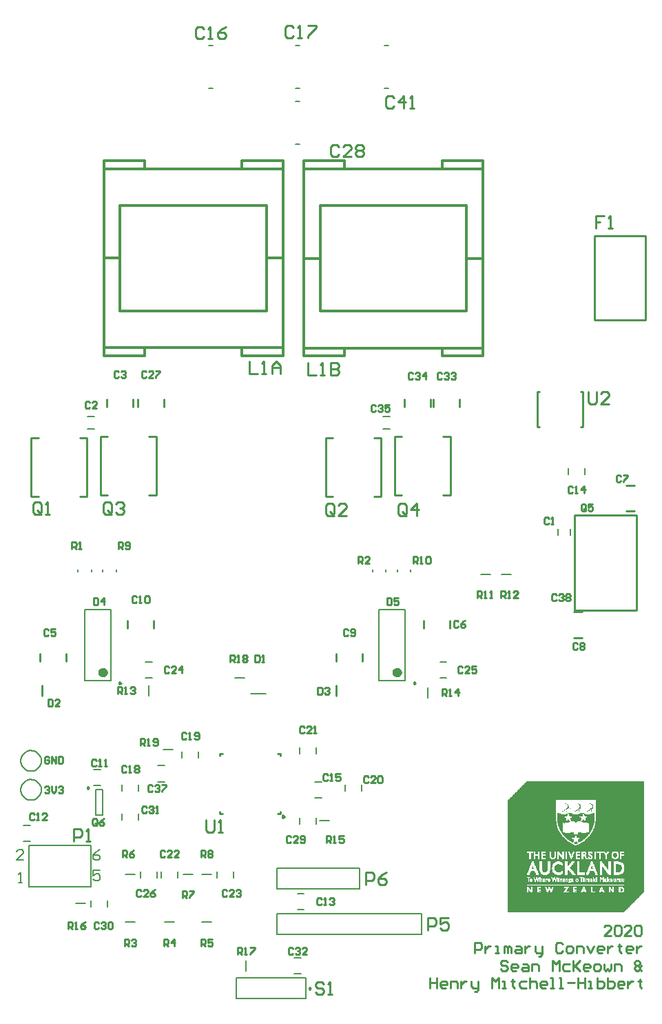
<source format=gto>
G04*
G04 #@! TF.GenerationSoftware,Altium Limited,Altium Designer,21.0.9 (235)*
G04*
G04 Layer_Color=65535*
%FSLAX25Y25*%
%MOIN*%
G70*
G04*
G04 #@! TF.SameCoordinates,E5C10B9F-721F-4CD3-8270-1C0E1EB20485*
G04*
G04*
G04 #@! TF.FilePolarity,Positive*
G04*
G01*
G75*
%ADD10C,0.00984*%
%ADD11C,0.00787*%
%ADD12C,0.01181*%
%ADD13C,0.02362*%
%ADD14C,0.01000*%
%ADD15C,0.01200*%
%ADD16C,0.00800*%
G36*
X687500Y286004D02*
Y285809D01*
Y285613D01*
Y285418D01*
Y285223D01*
Y285028D01*
Y284833D01*
Y284637D01*
Y284442D01*
Y284247D01*
Y284052D01*
Y283857D01*
Y283661D01*
Y283466D01*
Y283271D01*
Y283076D01*
Y282880D01*
Y282685D01*
Y282490D01*
Y282295D01*
Y282100D01*
Y281905D01*
Y281709D01*
Y281514D01*
Y281319D01*
Y281124D01*
Y280928D01*
Y280733D01*
Y280538D01*
Y280343D01*
Y280148D01*
Y279952D01*
Y279757D01*
Y279562D01*
Y279367D01*
Y279172D01*
Y278976D01*
Y278781D01*
Y278586D01*
Y278391D01*
Y278196D01*
Y278000D01*
Y277805D01*
Y277610D01*
Y277415D01*
Y277220D01*
Y277024D01*
Y276829D01*
Y276634D01*
Y276439D01*
Y276243D01*
Y276048D01*
Y275853D01*
Y275658D01*
Y275463D01*
Y275267D01*
Y275072D01*
Y274877D01*
Y274682D01*
Y274487D01*
Y274291D01*
Y274096D01*
Y273901D01*
Y273706D01*
Y273511D01*
Y273315D01*
Y273120D01*
Y272925D01*
Y272730D01*
Y272534D01*
Y272339D01*
Y272144D01*
Y271949D01*
Y271754D01*
Y271558D01*
Y271363D01*
Y271168D01*
Y270973D01*
Y270778D01*
Y270582D01*
Y270387D01*
Y270192D01*
Y269997D01*
Y269802D01*
Y269606D01*
Y269411D01*
Y269216D01*
Y269021D01*
Y268826D01*
Y268630D01*
Y268435D01*
Y268240D01*
Y268045D01*
Y267849D01*
Y267654D01*
Y267459D01*
Y267264D01*
Y267069D01*
Y266874D01*
Y266678D01*
Y266483D01*
Y266288D01*
Y266093D01*
Y265897D01*
Y265702D01*
Y265507D01*
Y265312D01*
Y265117D01*
Y264921D01*
Y264726D01*
Y264531D01*
Y264336D01*
Y264141D01*
Y263945D01*
Y263750D01*
Y263555D01*
Y263360D01*
Y263164D01*
Y262969D01*
Y262774D01*
Y262579D01*
Y262384D01*
Y262189D01*
Y261993D01*
Y261798D01*
Y261603D01*
Y261408D01*
Y261212D01*
Y261017D01*
Y260822D01*
Y260627D01*
Y260432D01*
Y260236D01*
Y260041D01*
Y259846D01*
Y259651D01*
Y259456D01*
Y259260D01*
Y259065D01*
Y258870D01*
Y258675D01*
Y258480D01*
Y258284D01*
Y258089D01*
Y257894D01*
Y257699D01*
Y257504D01*
Y257308D01*
Y257113D01*
Y256918D01*
Y256723D01*
Y256527D01*
Y256332D01*
Y256137D01*
Y255942D01*
Y255747D01*
Y255551D01*
Y255356D01*
Y255161D01*
Y254966D01*
Y254771D01*
Y254575D01*
Y254380D01*
Y254185D01*
Y253990D01*
Y253795D01*
Y253599D01*
Y253404D01*
Y253209D01*
Y253014D01*
Y252818D01*
Y252623D01*
Y252428D01*
Y252233D01*
Y252038D01*
Y251842D01*
Y251647D01*
Y251452D01*
Y251257D01*
Y251062D01*
Y250867D01*
Y250671D01*
Y250476D01*
Y250281D01*
Y250086D01*
Y249890D01*
Y249695D01*
Y249500D01*
Y249305D01*
Y249110D01*
Y248914D01*
Y248719D01*
Y248524D01*
Y248329D01*
Y248133D01*
Y247938D01*
Y247743D01*
Y247548D01*
Y247353D01*
Y247158D01*
Y246962D01*
Y246767D01*
Y246572D01*
Y246377D01*
Y246182D01*
Y245986D01*
Y245791D01*
Y245596D01*
Y245401D01*
Y245205D01*
Y245010D01*
Y244815D01*
Y244620D01*
Y244425D01*
Y244229D01*
Y244034D01*
Y243839D01*
Y243644D01*
Y243448D01*
Y243253D01*
Y243058D01*
Y242863D01*
Y242668D01*
Y242473D01*
Y242277D01*
Y242082D01*
Y241887D01*
Y241692D01*
Y241496D01*
Y241301D01*
Y241106D01*
Y240911D01*
Y240716D01*
Y240520D01*
Y240325D01*
Y240130D01*
Y239935D01*
Y239740D01*
Y239544D01*
Y239349D01*
Y239154D01*
Y238959D01*
Y238763D01*
Y238568D01*
Y238373D01*
Y238178D01*
Y237983D01*
Y237788D01*
Y237592D01*
Y237397D01*
Y237202D01*
Y237007D01*
Y236811D01*
Y236616D01*
Y236421D01*
Y236226D01*
Y236031D01*
Y235835D01*
Y235640D01*
Y235445D01*
Y235250D01*
Y235055D01*
Y234859D01*
Y234664D01*
Y234469D01*
Y234274D01*
Y234079D01*
Y233883D01*
Y233688D01*
Y233493D01*
Y233298D01*
Y233102D01*
Y232907D01*
Y232712D01*
Y232517D01*
Y232322D01*
X687305D01*
Y232126D01*
X687110D01*
Y231931D01*
X686914D01*
Y231736D01*
X686719D01*
Y231541D01*
X686524D01*
Y231346D01*
X686329D01*
Y231151D01*
X686133D01*
Y230955D01*
X685938D01*
Y230760D01*
X685743D01*
Y230565D01*
X685548D01*
Y230370D01*
X685353D01*
Y230174D01*
X685157D01*
Y229979D01*
X684962D01*
Y229784D01*
X684767D01*
Y229589D01*
X684572D01*
Y229394D01*
X684377D01*
Y229198D01*
X684181D01*
Y229003D01*
X683986D01*
Y228808D01*
X683791D01*
Y228613D01*
X683596D01*
Y228417D01*
X683401D01*
Y228222D01*
X683205D01*
Y228027D01*
X683010D01*
Y227832D01*
X682815D01*
Y227637D01*
X682620D01*
Y227442D01*
X682425D01*
Y227246D01*
X682229D01*
Y227051D01*
X682034D01*
Y226856D01*
X681839D01*
Y226661D01*
X681644D01*
Y226466D01*
X681449D01*
Y226270D01*
X681253D01*
Y226075D01*
X681058D01*
Y225880D01*
X680863D01*
Y225685D01*
X680668D01*
Y225489D01*
X680473D01*
Y225294D01*
X680277D01*
Y225099D01*
X680082D01*
Y224904D01*
X679887D01*
Y224709D01*
X679692D01*
Y224513D01*
X679496D01*
Y224318D01*
X679301D01*
Y224123D01*
X679106D01*
Y223928D01*
X678911D01*
Y223732D01*
X678716D01*
Y223537D01*
X678520D01*
Y223342D01*
X678325D01*
Y223147D01*
X678130D01*
Y222952D01*
X621715D01*
Y223147D01*
Y223342D01*
Y223537D01*
Y223732D01*
Y223928D01*
Y224123D01*
Y224318D01*
Y224513D01*
Y224709D01*
Y224904D01*
Y225099D01*
Y225294D01*
Y225489D01*
Y225685D01*
Y225880D01*
Y226075D01*
Y226270D01*
Y226466D01*
Y226661D01*
Y226856D01*
Y227051D01*
Y227246D01*
Y227442D01*
Y227637D01*
Y227832D01*
Y228027D01*
Y228222D01*
Y228417D01*
Y228613D01*
Y228808D01*
Y229003D01*
Y229198D01*
Y229394D01*
Y229589D01*
Y229784D01*
Y229979D01*
Y230174D01*
Y230370D01*
Y230565D01*
Y230760D01*
Y230955D01*
Y231151D01*
Y231346D01*
Y231541D01*
Y231736D01*
Y231931D01*
Y232126D01*
Y232322D01*
Y232517D01*
Y232712D01*
Y232907D01*
Y233102D01*
Y233298D01*
Y233493D01*
Y233688D01*
Y233883D01*
Y234079D01*
Y234274D01*
Y234469D01*
Y234664D01*
Y234859D01*
Y235055D01*
Y235250D01*
Y235445D01*
Y235640D01*
Y235835D01*
Y236031D01*
Y236226D01*
Y236421D01*
Y236616D01*
Y236811D01*
Y237007D01*
Y237202D01*
Y237397D01*
Y237592D01*
Y237788D01*
Y237983D01*
Y238178D01*
Y238373D01*
Y238568D01*
Y238763D01*
Y238959D01*
Y239154D01*
Y239349D01*
Y239544D01*
Y239740D01*
Y239935D01*
Y240130D01*
Y240325D01*
Y240520D01*
Y240716D01*
Y240911D01*
Y241106D01*
Y241301D01*
Y241496D01*
Y241692D01*
Y241887D01*
Y242082D01*
Y242277D01*
Y242473D01*
Y242668D01*
Y242863D01*
Y243058D01*
Y243253D01*
Y243448D01*
Y243644D01*
Y243839D01*
Y244034D01*
Y244229D01*
Y244425D01*
Y244620D01*
Y244815D01*
Y245010D01*
Y245205D01*
Y245401D01*
Y245596D01*
Y245791D01*
Y245986D01*
Y246182D01*
Y246377D01*
Y246572D01*
Y246767D01*
Y246962D01*
Y247158D01*
Y247353D01*
Y247548D01*
Y247743D01*
Y247938D01*
Y248133D01*
Y248329D01*
Y248524D01*
Y248719D01*
Y248914D01*
Y249110D01*
Y249305D01*
Y249500D01*
Y249695D01*
Y249890D01*
Y250086D01*
Y250281D01*
Y250476D01*
Y250671D01*
Y250867D01*
Y251062D01*
Y251257D01*
Y251452D01*
Y251647D01*
Y251842D01*
Y252038D01*
Y252233D01*
Y252428D01*
Y252623D01*
Y252818D01*
Y253014D01*
Y253209D01*
Y253404D01*
Y253599D01*
Y253795D01*
Y253990D01*
Y254185D01*
Y254380D01*
Y254575D01*
Y254771D01*
Y254966D01*
Y255161D01*
Y255356D01*
Y255551D01*
Y255747D01*
Y255942D01*
Y256137D01*
Y256332D01*
Y256527D01*
Y256723D01*
Y256918D01*
Y257113D01*
Y257308D01*
Y257504D01*
Y257699D01*
Y257894D01*
Y258089D01*
Y258284D01*
Y258480D01*
Y258675D01*
Y258870D01*
Y259065D01*
Y259260D01*
Y259456D01*
Y259651D01*
Y259846D01*
Y260041D01*
Y260236D01*
Y260432D01*
Y260627D01*
Y260822D01*
Y261017D01*
Y261212D01*
Y261408D01*
Y261603D01*
Y261798D01*
Y261993D01*
Y262189D01*
Y262384D01*
Y262579D01*
Y262774D01*
Y262969D01*
Y263164D01*
Y263360D01*
Y263555D01*
Y263750D01*
Y263945D01*
Y264141D01*
Y264336D01*
Y264531D01*
Y264726D01*
Y264921D01*
Y265117D01*
Y265312D01*
Y265507D01*
Y265702D01*
Y265897D01*
Y266093D01*
Y266288D01*
Y266483D01*
Y266678D01*
Y266874D01*
Y267069D01*
Y267264D01*
Y267459D01*
Y267654D01*
Y267849D01*
Y268045D01*
Y268240D01*
Y268435D01*
Y268630D01*
Y268826D01*
Y269021D01*
Y269216D01*
Y269411D01*
Y269606D01*
Y269802D01*
Y269997D01*
Y270192D01*
Y270387D01*
Y270582D01*
Y270778D01*
Y270973D01*
Y271168D01*
Y271363D01*
Y271558D01*
Y271754D01*
X621520D01*
Y271949D01*
Y272144D01*
Y272339D01*
Y272534D01*
Y272730D01*
Y272925D01*
Y273120D01*
Y273315D01*
Y273511D01*
Y273706D01*
Y273901D01*
Y274096D01*
Y274291D01*
Y274487D01*
Y274682D01*
Y274877D01*
Y275072D01*
Y275267D01*
Y275463D01*
Y275658D01*
Y275853D01*
Y276048D01*
Y276243D01*
Y276439D01*
Y276634D01*
Y276829D01*
X621715D01*
Y277024D01*
X621910D01*
Y277220D01*
X622105D01*
Y277415D01*
X622301D01*
Y277610D01*
X622496D01*
Y277805D01*
X622691D01*
Y278000D01*
X622886D01*
Y278196D01*
X623081D01*
Y278391D01*
X623277D01*
Y278586D01*
X623472D01*
Y278781D01*
X623667D01*
Y278976D01*
X623862D01*
Y279172D01*
X624057D01*
Y279367D01*
X624253D01*
Y279562D01*
X624448D01*
Y279757D01*
X624643D01*
Y279952D01*
X624838D01*
Y280148D01*
X625034D01*
Y280343D01*
X625229D01*
Y280538D01*
X625424D01*
Y280733D01*
X625619D01*
Y280928D01*
X625814D01*
Y281124D01*
X626010D01*
Y281319D01*
X626205D01*
Y281514D01*
X626400D01*
Y281709D01*
X626595D01*
Y281905D01*
X626790D01*
Y282100D01*
X626986D01*
Y282295D01*
X627181D01*
Y282490D01*
X627376D01*
Y282685D01*
X627571D01*
Y282880D01*
X627766D01*
Y283076D01*
X627962D01*
Y283271D01*
X628157D01*
Y283466D01*
X628352D01*
Y283661D01*
X628547D01*
Y283857D01*
X628742D01*
Y284052D01*
X628938D01*
Y284247D01*
X629133D01*
Y284442D01*
X629328D01*
Y284637D01*
X629523D01*
Y284833D01*
X629718D01*
Y285028D01*
X629914D01*
Y285223D01*
X630109D01*
Y285418D01*
X630304D01*
Y285613D01*
X630499D01*
Y285809D01*
X630694D01*
Y286004D01*
X630890D01*
Y286199D01*
X687500D01*
Y286004D01*
D02*
G37*
%LPC*%
G36*
X664270Y277024D02*
X644945D01*
Y276829D01*
Y276634D01*
Y276439D01*
Y276243D01*
Y276048D01*
Y275853D01*
Y275658D01*
Y275463D01*
Y275267D01*
Y275072D01*
Y274877D01*
Y274682D01*
Y274487D01*
Y274291D01*
Y274096D01*
Y273901D01*
Y273706D01*
Y273511D01*
Y273315D01*
Y273120D01*
Y272925D01*
Y272730D01*
Y272534D01*
Y272339D01*
Y272144D01*
Y271949D01*
Y271754D01*
Y271558D01*
Y271363D01*
Y271168D01*
Y270973D01*
Y270778D01*
Y270582D01*
Y270387D01*
Y270192D01*
Y269997D01*
Y269802D01*
Y269606D01*
Y269411D01*
Y269216D01*
Y269021D01*
Y268826D01*
Y268630D01*
Y268435D01*
Y268240D01*
Y268045D01*
Y267849D01*
Y267654D01*
Y267459D01*
Y267264D01*
Y267069D01*
Y266874D01*
Y266678D01*
X645140D01*
Y266483D01*
Y266288D01*
Y266093D01*
Y265897D01*
Y265702D01*
Y265507D01*
X645335D01*
Y265312D01*
Y265117D01*
Y264921D01*
Y264726D01*
X645530D01*
Y264531D01*
Y264336D01*
Y264141D01*
X645725D01*
Y263945D01*
Y263750D01*
Y263555D01*
X645921D01*
Y263360D01*
Y263164D01*
X646116D01*
Y262969D01*
Y262774D01*
Y262579D01*
X646311D01*
Y262384D01*
Y262189D01*
X646506D01*
Y261993D01*
X646701D01*
Y261798D01*
Y261603D01*
X646897D01*
Y261408D01*
Y261212D01*
X647092D01*
Y261017D01*
X647287D01*
Y260822D01*
Y260627D01*
X647482D01*
Y260432D01*
X647678D01*
Y260236D01*
Y260041D01*
X647873D01*
Y259846D01*
X648068D01*
Y259651D01*
X648263D01*
Y259456D01*
X648458D01*
Y259260D01*
X648654D01*
Y259065D01*
X648849D01*
Y258870D01*
X649044D01*
Y258675D01*
X649239D01*
Y258480D01*
X649435D01*
Y258284D01*
X649630D01*
Y258089D01*
X649825D01*
Y257894D01*
X650020D01*
Y257699D01*
X650215D01*
Y257504D01*
X650411D01*
Y257308D01*
X650801D01*
Y257113D01*
X650996D01*
Y256918D01*
X651386D01*
Y256723D01*
X651582D01*
Y256527D01*
X651972D01*
Y256332D01*
X652167D01*
Y256137D01*
X652558D01*
Y255942D01*
X652948D01*
Y255747D01*
X653339D01*
Y255551D01*
X653729D01*
Y255356D01*
X654119D01*
Y255161D01*
X655095D01*
Y255356D01*
X655486D01*
Y255551D01*
X655876D01*
Y255747D01*
X656267D01*
Y255942D01*
X656657D01*
Y256137D01*
X657048D01*
Y256332D01*
X657243D01*
Y256527D01*
X657633D01*
Y256723D01*
X658024D01*
Y256918D01*
X658219D01*
Y257113D01*
X658414D01*
Y257308D01*
X658804D01*
Y257504D01*
X659000D01*
Y257699D01*
X659195D01*
Y257894D01*
X659390D01*
Y258089D01*
X659585D01*
Y258284D01*
X659781D01*
Y258480D01*
X660171D01*
Y258675D01*
X660366D01*
Y258870D01*
Y259065D01*
X660561D01*
Y259260D01*
X660756D01*
Y259456D01*
X660952D01*
Y259651D01*
X661147D01*
Y259846D01*
X661342D01*
Y260041D01*
X661537D01*
Y260236D01*
Y260432D01*
X661733D01*
Y260627D01*
X661928D01*
Y260822D01*
Y261017D01*
X662123D01*
Y261212D01*
X662318D01*
Y261408D01*
Y261603D01*
X662513D01*
Y261798D01*
X662709D01*
Y261993D01*
Y262189D01*
X662904D01*
Y262384D01*
Y262579D01*
X663099D01*
Y262774D01*
Y262969D01*
Y263164D01*
X663294D01*
Y263360D01*
Y263555D01*
X663489D01*
Y263750D01*
Y263945D01*
Y264141D01*
X663685D01*
Y264336D01*
Y264531D01*
Y264726D01*
X663880D01*
Y264921D01*
Y265117D01*
Y265312D01*
Y265507D01*
X664075D01*
Y265702D01*
Y265897D01*
Y266093D01*
Y266288D01*
Y266483D01*
Y266678D01*
X664270D01*
Y266874D01*
Y267069D01*
Y267264D01*
Y267459D01*
Y267654D01*
Y267849D01*
Y268045D01*
Y268240D01*
Y268435D01*
Y268630D01*
Y268826D01*
Y269021D01*
Y269216D01*
Y269411D01*
Y269606D01*
Y269802D01*
Y269997D01*
Y270192D01*
Y270387D01*
Y270582D01*
Y270778D01*
Y270973D01*
Y271168D01*
Y271363D01*
Y271558D01*
Y271754D01*
Y271949D01*
Y272144D01*
Y272339D01*
Y272534D01*
Y272730D01*
Y272925D01*
Y273120D01*
Y273315D01*
Y273511D01*
Y273706D01*
Y273901D01*
Y274096D01*
Y274291D01*
Y274487D01*
Y274682D01*
Y274877D01*
Y275072D01*
Y275267D01*
Y275463D01*
Y275658D01*
Y275853D01*
Y276048D01*
Y276243D01*
Y276439D01*
Y276634D01*
Y276829D01*
Y277024D01*
D02*
G37*
G36*
X670907Y252233D02*
X669931D01*
Y252038D01*
X669736D01*
Y251842D01*
X669541D01*
Y251647D01*
X669346D01*
Y251452D01*
Y251257D01*
X669150D01*
Y251452D01*
Y251647D01*
X668955D01*
Y251842D01*
X668760D01*
Y252038D01*
Y252233D01*
X664661D01*
Y252038D01*
Y251842D01*
Y251647D01*
Y251452D01*
X665832D01*
Y251257D01*
Y251062D01*
Y250867D01*
Y250671D01*
Y250476D01*
Y250281D01*
Y250086D01*
Y249890D01*
Y249695D01*
Y249500D01*
Y249305D01*
Y249110D01*
Y248914D01*
Y248719D01*
Y248524D01*
X666613D01*
Y248719D01*
Y248914D01*
Y249110D01*
Y249305D01*
Y249500D01*
Y249695D01*
Y249890D01*
Y250086D01*
Y250281D01*
Y250476D01*
Y250671D01*
Y250867D01*
Y251062D01*
Y251257D01*
Y251452D01*
X667589D01*
Y251647D01*
Y251842D01*
Y252038D01*
X667784D01*
Y251842D01*
X667979D01*
Y251647D01*
Y251452D01*
X668174D01*
Y251257D01*
X668370D01*
Y251062D01*
X668565D01*
Y250867D01*
Y250671D01*
X668760D01*
Y250476D01*
X668955D01*
Y250281D01*
Y250086D01*
Y249890D01*
Y249695D01*
Y249500D01*
Y249305D01*
Y249110D01*
Y248914D01*
Y248719D01*
Y248524D01*
X669736D01*
Y248719D01*
Y248914D01*
Y249110D01*
Y249305D01*
Y249500D01*
Y249695D01*
Y249890D01*
Y250086D01*
Y250281D01*
Y250476D01*
Y250671D01*
X669931D01*
Y250867D01*
X670126D01*
Y251062D01*
Y251257D01*
X670322D01*
Y251452D01*
X670517D01*
Y251647D01*
Y251842D01*
X670712D01*
Y252038D01*
X670907D01*
Y252233D01*
D02*
G37*
G36*
X662318D02*
X660952D01*
Y252038D01*
X660756D01*
Y251842D01*
X660561D01*
Y251647D01*
Y251452D01*
Y251257D01*
Y251062D01*
Y250867D01*
Y250671D01*
X660756D01*
Y250476D01*
X660952D01*
Y250281D01*
X661147D01*
Y250086D01*
X661342D01*
Y249890D01*
X661733D01*
Y249695D01*
X661928D01*
Y249500D01*
Y249305D01*
X661147D01*
Y249500D01*
X660952D01*
Y249695D01*
X660756D01*
Y249890D01*
X660561D01*
Y249695D01*
Y249500D01*
Y249305D01*
Y249110D01*
Y248914D01*
Y248719D01*
X660756D01*
Y248524D01*
X662318D01*
Y248719D01*
X662513D01*
Y248914D01*
Y249110D01*
Y249305D01*
X662709D01*
Y249500D01*
Y249695D01*
Y249890D01*
X662513D01*
Y250086D01*
Y250281D01*
X662318D01*
Y250476D01*
X662123D01*
Y250671D01*
X661928D01*
Y250867D01*
X661537D01*
Y251062D01*
X661342D01*
Y251257D01*
Y251452D01*
X662123D01*
Y251257D01*
X662318D01*
Y251062D01*
X662513D01*
Y251257D01*
Y251452D01*
Y251647D01*
Y251842D01*
Y252038D01*
X662318D01*
Y252233D01*
D02*
G37*
G36*
X637136D02*
X636355D01*
Y252038D01*
Y251842D01*
Y251647D01*
Y251452D01*
Y251257D01*
Y251062D01*
Y250867D01*
X634989D01*
Y251062D01*
Y251257D01*
Y251452D01*
Y251647D01*
Y251842D01*
Y252038D01*
Y252233D01*
X634208D01*
Y252038D01*
Y251842D01*
Y251647D01*
Y251452D01*
Y251257D01*
Y251062D01*
Y250867D01*
Y250671D01*
Y250476D01*
Y250281D01*
Y250086D01*
Y249890D01*
Y249695D01*
Y249500D01*
Y249305D01*
Y249110D01*
Y248914D01*
Y248719D01*
Y248524D01*
X634989D01*
Y248719D01*
Y248914D01*
Y249110D01*
Y249305D01*
Y249500D01*
Y249695D01*
Y249890D01*
Y250086D01*
X636355D01*
Y249890D01*
Y249695D01*
Y249500D01*
Y249305D01*
Y249110D01*
Y248914D01*
Y248719D01*
Y248524D01*
X637136D01*
Y248719D01*
Y248914D01*
Y249110D01*
Y249305D01*
Y249500D01*
Y249695D01*
Y249890D01*
Y250086D01*
Y250281D01*
Y250476D01*
Y250671D01*
Y250867D01*
Y251062D01*
Y251257D01*
Y251452D01*
Y251647D01*
Y251842D01*
Y252038D01*
Y252233D01*
D02*
G37*
G36*
X653924D02*
X653143D01*
Y252038D01*
Y251842D01*
X652948D01*
Y251647D01*
Y251452D01*
Y251257D01*
X652753D01*
Y251062D01*
Y250867D01*
X652558D01*
Y250671D01*
Y250476D01*
Y250281D01*
X652363D01*
Y250476D01*
Y250671D01*
X652167D01*
Y250867D01*
Y251062D01*
Y251257D01*
X651972D01*
Y251452D01*
Y251647D01*
X651777D01*
Y251842D01*
Y252038D01*
Y252233D01*
X650801D01*
Y252038D01*
X650996D01*
Y251842D01*
Y251647D01*
Y251452D01*
X651191D01*
Y251257D01*
Y251062D01*
X651386D01*
Y250867D01*
Y250671D01*
Y250476D01*
X651582D01*
Y250281D01*
Y250086D01*
X651777D01*
Y249890D01*
Y249695D01*
Y249500D01*
X651972D01*
Y249305D01*
Y249110D01*
Y248914D01*
X652167D01*
Y248719D01*
Y248524D01*
X652753D01*
Y248719D01*
Y248914D01*
Y249110D01*
X652948D01*
Y249305D01*
Y249500D01*
X653143D01*
Y249695D01*
Y249890D01*
Y250086D01*
X653339D01*
Y250281D01*
Y250476D01*
Y250671D01*
X653534D01*
Y250867D01*
Y251062D01*
X653729D01*
Y251257D01*
Y251452D01*
Y251647D01*
X653924D01*
Y251842D01*
Y252038D01*
Y252233D01*
D02*
G37*
G36*
X648849D02*
X648068D01*
Y252038D01*
Y251842D01*
Y251647D01*
Y251452D01*
Y251257D01*
Y251062D01*
Y250867D01*
Y250671D01*
Y250476D01*
Y250281D01*
Y250086D01*
X647873D01*
Y250281D01*
Y250476D01*
X647678D01*
Y250671D01*
X647482D01*
Y250867D01*
X647287D01*
Y251062D01*
X647092D01*
Y251257D01*
Y251452D01*
X646897D01*
Y251647D01*
X646701D01*
Y251842D01*
X646506D01*
Y252038D01*
X646311D01*
Y252233D01*
X645530D01*
Y252038D01*
Y251842D01*
Y251647D01*
Y251452D01*
Y251257D01*
Y251062D01*
Y250867D01*
Y250671D01*
Y250476D01*
Y250281D01*
Y250086D01*
Y249890D01*
Y249695D01*
Y249500D01*
Y249305D01*
Y249110D01*
Y248914D01*
Y248719D01*
Y248524D01*
X646311D01*
Y248719D01*
Y248914D01*
Y249110D01*
Y249305D01*
Y249500D01*
Y249695D01*
Y249890D01*
Y250086D01*
Y250281D01*
Y250476D01*
Y250671D01*
Y250867D01*
X646506D01*
Y250671D01*
Y250476D01*
X646701D01*
Y250281D01*
X646897D01*
Y250086D01*
X647092D01*
Y249890D01*
Y249695D01*
X647287D01*
Y249500D01*
X647482D01*
Y249305D01*
X647678D01*
Y249110D01*
X647873D01*
Y248914D01*
Y248719D01*
X648068D01*
Y248524D01*
X648849D01*
Y248719D01*
Y248914D01*
Y249110D01*
Y249305D01*
Y249500D01*
Y249695D01*
Y249890D01*
Y250086D01*
Y250281D01*
Y250476D01*
Y250671D01*
Y250867D01*
Y251062D01*
Y251257D01*
Y251452D01*
Y251647D01*
Y251842D01*
Y252038D01*
Y252233D01*
D02*
G37*
G36*
X644945D02*
X644164D01*
Y252038D01*
Y251842D01*
Y251647D01*
Y251452D01*
Y251257D01*
Y251062D01*
Y250867D01*
Y250671D01*
Y250476D01*
Y250281D01*
Y250086D01*
Y249890D01*
Y249695D01*
Y249500D01*
X643969D01*
Y249305D01*
X642993D01*
Y249500D01*
X642797D01*
Y249695D01*
Y249890D01*
Y250086D01*
Y250281D01*
Y250476D01*
Y250671D01*
Y250867D01*
Y251062D01*
Y251257D01*
Y251452D01*
Y251647D01*
Y251842D01*
Y252038D01*
Y252233D01*
X642017D01*
Y252038D01*
Y251842D01*
Y251647D01*
Y251452D01*
Y251257D01*
Y251062D01*
Y250867D01*
Y250671D01*
Y250476D01*
Y250281D01*
Y250086D01*
Y249890D01*
Y249695D01*
Y249500D01*
Y249305D01*
X642212D01*
Y249110D01*
Y248914D01*
X642407D01*
Y248719D01*
X642797D01*
Y248524D01*
X644359D01*
Y248719D01*
X644554D01*
Y248914D01*
X644749D01*
Y249110D01*
X644945D01*
Y249305D01*
Y249500D01*
Y249695D01*
Y249890D01*
Y250086D01*
Y250281D01*
Y250476D01*
Y250671D01*
Y250867D01*
Y251062D01*
Y251257D01*
Y251452D01*
Y251647D01*
Y251842D01*
Y252038D01*
Y252233D01*
D02*
G37*
G36*
X677935D02*
X675983D01*
Y252038D01*
Y251842D01*
Y251647D01*
Y251452D01*
Y251257D01*
Y251062D01*
Y250867D01*
Y250671D01*
Y250476D01*
Y250281D01*
Y250086D01*
Y249890D01*
Y249695D01*
Y249500D01*
Y249305D01*
Y249110D01*
Y248914D01*
Y248719D01*
Y248524D01*
X676764D01*
Y248719D01*
Y248914D01*
Y249110D01*
Y249305D01*
Y249500D01*
Y249695D01*
Y249890D01*
Y250086D01*
X677935D01*
Y250281D01*
Y250476D01*
Y250671D01*
Y250867D01*
X676764D01*
Y251062D01*
Y251257D01*
Y251452D01*
Y251647D01*
X677935D01*
Y251842D01*
Y252038D01*
Y252233D01*
D02*
G37*
G36*
X674421D02*
X672859D01*
Y252038D01*
X672469D01*
Y251842D01*
X672274D01*
Y251647D01*
X672079D01*
Y251452D01*
Y251257D01*
X671883D01*
Y251062D01*
Y250867D01*
Y250671D01*
Y250476D01*
Y250281D01*
Y250086D01*
Y249890D01*
Y249695D01*
Y249500D01*
X672079D01*
Y249305D01*
Y249110D01*
X672274D01*
Y248914D01*
X672469D01*
Y248719D01*
X672859D01*
Y248524D01*
X674421D01*
Y248719D01*
X674812D01*
Y248914D01*
X675007D01*
Y249110D01*
X675202D01*
Y249305D01*
Y249500D01*
X675397D01*
Y249695D01*
Y249890D01*
Y250086D01*
Y250281D01*
Y250476D01*
Y250671D01*
Y250867D01*
Y251062D01*
Y251257D01*
X675202D01*
Y251452D01*
Y251647D01*
X675007D01*
Y251842D01*
X674812D01*
Y252038D01*
X674421D01*
Y252233D01*
D02*
G37*
G36*
X664270D02*
X663489D01*
Y252038D01*
Y251842D01*
Y251647D01*
Y251452D01*
Y251257D01*
Y251062D01*
Y250867D01*
Y250671D01*
Y250476D01*
Y250281D01*
Y250086D01*
Y249890D01*
Y249695D01*
Y249500D01*
Y249305D01*
Y249110D01*
Y248914D01*
Y248719D01*
Y248524D01*
X664270D01*
Y248719D01*
Y248914D01*
Y249110D01*
Y249305D01*
Y249500D01*
Y249695D01*
Y249890D01*
Y250086D01*
Y250281D01*
Y250476D01*
Y250671D01*
Y250867D01*
Y251062D01*
Y251257D01*
Y251452D01*
Y251647D01*
Y251842D01*
Y252038D01*
Y252233D01*
D02*
G37*
G36*
X659195D02*
X657438D01*
Y252038D01*
Y251842D01*
Y251647D01*
Y251452D01*
Y251257D01*
Y251062D01*
Y250867D01*
Y250671D01*
Y250476D01*
Y250281D01*
Y250086D01*
Y249890D01*
Y249695D01*
Y249500D01*
Y249305D01*
Y249110D01*
Y248914D01*
Y248719D01*
Y248524D01*
X658219D01*
Y248719D01*
Y248914D01*
Y249110D01*
Y249305D01*
Y249500D01*
Y249695D01*
Y249890D01*
Y250086D01*
X658414D01*
Y249890D01*
X658609D01*
Y249695D01*
X658804D01*
Y249500D01*
Y249305D01*
X659000D01*
Y249110D01*
X659195D01*
Y248914D01*
Y248719D01*
X659390D01*
Y248524D01*
X660366D01*
Y248719D01*
X660171D01*
Y248914D01*
Y249110D01*
X659976D01*
Y249305D01*
X659781D01*
Y249500D01*
Y249695D01*
X659585D01*
Y249890D01*
Y250086D01*
X659390D01*
Y250281D01*
Y250476D01*
X659585D01*
Y250671D01*
Y250867D01*
Y251062D01*
Y251257D01*
Y251452D01*
Y251647D01*
Y251842D01*
X659390D01*
Y252038D01*
X659195D01*
Y252233D01*
D02*
G37*
G36*
X656657D02*
X654510D01*
Y252038D01*
Y251842D01*
Y251647D01*
Y251452D01*
Y251257D01*
Y251062D01*
Y250867D01*
Y250671D01*
Y250476D01*
Y250281D01*
Y250086D01*
Y249890D01*
Y249695D01*
Y249500D01*
Y249305D01*
Y249110D01*
Y248914D01*
Y248719D01*
Y248524D01*
X656657D01*
Y248719D01*
Y248914D01*
Y249110D01*
Y249305D01*
X655291D01*
Y249500D01*
Y249695D01*
Y249890D01*
Y250086D01*
X656657D01*
Y250281D01*
Y250476D01*
Y250671D01*
Y250867D01*
X655291D01*
Y251062D01*
Y251257D01*
Y251452D01*
X656657D01*
Y251647D01*
Y251842D01*
Y252038D01*
Y252233D01*
D02*
G37*
G36*
X650411D02*
X649630D01*
Y252038D01*
Y251842D01*
Y251647D01*
Y251452D01*
Y251257D01*
Y251062D01*
Y250867D01*
Y250671D01*
Y250476D01*
Y250281D01*
Y250086D01*
Y249890D01*
Y249695D01*
Y249500D01*
Y249305D01*
Y249110D01*
Y248914D01*
Y248719D01*
Y248524D01*
X650411D01*
Y248719D01*
Y248914D01*
Y249110D01*
Y249305D01*
Y249500D01*
Y249695D01*
Y249890D01*
Y250086D01*
Y250281D01*
Y250476D01*
Y250671D01*
Y250867D01*
Y251062D01*
Y251257D01*
Y251452D01*
Y251647D01*
Y251842D01*
Y252038D01*
Y252233D01*
D02*
G37*
G36*
X640064D02*
X637917D01*
Y252038D01*
Y251842D01*
Y251647D01*
Y251452D01*
Y251257D01*
Y251062D01*
Y250867D01*
Y250671D01*
Y250476D01*
Y250281D01*
Y250086D01*
Y249890D01*
Y249695D01*
Y249500D01*
Y249305D01*
Y249110D01*
Y248914D01*
Y248719D01*
Y248524D01*
X640064D01*
Y248719D01*
Y248914D01*
Y249110D01*
Y249305D01*
X638698D01*
Y249500D01*
Y249695D01*
Y249890D01*
Y250086D01*
X640064D01*
Y250281D01*
Y250476D01*
Y250671D01*
Y250867D01*
X638698D01*
Y251062D01*
Y251257D01*
Y251452D01*
X640064D01*
Y251647D01*
Y251842D01*
Y252038D01*
Y252233D01*
D02*
G37*
G36*
X634013D02*
X631085D01*
Y252038D01*
Y251842D01*
Y251647D01*
Y251452D01*
X632061D01*
Y251257D01*
Y251062D01*
Y250867D01*
Y250671D01*
Y250476D01*
Y250281D01*
Y250086D01*
Y249890D01*
Y249695D01*
Y249500D01*
Y249305D01*
Y249110D01*
Y248914D01*
Y248719D01*
Y248524D01*
X632842D01*
Y248719D01*
Y248914D01*
Y249110D01*
Y249305D01*
Y249500D01*
Y249695D01*
Y249890D01*
Y250086D01*
Y250281D01*
Y250476D01*
Y250671D01*
Y250867D01*
Y251062D01*
Y251257D01*
Y251452D01*
X634013D01*
Y251647D01*
Y251842D01*
Y252038D01*
Y252233D01*
D02*
G37*
G36*
X646897Y247353D02*
X645335D01*
Y247158D01*
X644749D01*
Y246962D01*
X644359D01*
Y246767D01*
X644164D01*
Y246572D01*
X643969D01*
Y246377D01*
X643773D01*
Y246182D01*
X643578D01*
Y245986D01*
Y245791D01*
X643383D01*
Y245596D01*
Y245401D01*
X643188D01*
Y245205D01*
Y245010D01*
Y244815D01*
Y244620D01*
X642993D01*
Y244425D01*
Y244229D01*
Y244034D01*
Y243839D01*
Y243644D01*
Y243448D01*
X643188D01*
Y243253D01*
Y243058D01*
Y242863D01*
X643383D01*
Y242668D01*
Y242473D01*
Y242277D01*
X643578D01*
Y242082D01*
X643773D01*
Y241887D01*
X643969D01*
Y241692D01*
X644164D01*
Y241496D01*
X644359D01*
Y241301D01*
X644554D01*
Y241106D01*
X645140D01*
Y240911D01*
X647287D01*
Y241106D01*
X647873D01*
Y241301D01*
X648068D01*
Y241496D01*
X648263D01*
Y241692D01*
Y241887D01*
Y242082D01*
Y242277D01*
Y242473D01*
Y242668D01*
Y242863D01*
X647873D01*
Y242668D01*
X647678D01*
Y242473D01*
X647287D01*
Y242277D01*
X646897D01*
Y242082D01*
X645530D01*
Y242277D01*
X645140D01*
Y242473D01*
X644945D01*
Y242668D01*
X644749D01*
Y242863D01*
X644554D01*
Y243058D01*
Y243253D01*
X644359D01*
Y243448D01*
Y243644D01*
Y243839D01*
Y244034D01*
X644164D01*
Y244229D01*
X644359D01*
Y244425D01*
Y244620D01*
Y244815D01*
Y245010D01*
X644554D01*
Y245205D01*
Y245401D01*
X644749D01*
Y245596D01*
X644945D01*
Y245791D01*
X645335D01*
Y245986D01*
X645725D01*
Y246182D01*
X646701D01*
Y245986D01*
X647287D01*
Y245791D01*
X647678D01*
Y245596D01*
X647873D01*
Y245401D01*
X648263D01*
Y245596D01*
Y245791D01*
Y245986D01*
Y246182D01*
Y246377D01*
X648068D01*
Y246572D01*
Y246767D01*
Y246962D01*
X647678D01*
Y247158D01*
X646897D01*
Y247353D01*
D02*
G37*
G36*
X653924D02*
X652558D01*
Y247158D01*
X652363D01*
Y246962D01*
X652167D01*
Y246767D01*
Y246572D01*
X651972D01*
Y246377D01*
X651777D01*
Y246182D01*
X651582D01*
Y245986D01*
X651386D01*
Y245791D01*
X651191D01*
Y245596D01*
Y245401D01*
X650996D01*
Y245205D01*
X650801D01*
Y245010D01*
X650606D01*
Y245205D01*
Y245401D01*
Y245596D01*
Y245791D01*
Y245986D01*
Y246182D01*
Y246377D01*
Y246572D01*
Y246767D01*
Y246962D01*
Y247158D01*
Y247353D01*
X649435D01*
Y247158D01*
Y246962D01*
Y246767D01*
Y246572D01*
Y246377D01*
Y246182D01*
Y245986D01*
Y245791D01*
Y245596D01*
Y245401D01*
Y245205D01*
Y245010D01*
Y244815D01*
Y244620D01*
Y244425D01*
Y244229D01*
Y244034D01*
Y243839D01*
Y243644D01*
Y243448D01*
Y243253D01*
Y243058D01*
Y242863D01*
Y242668D01*
Y242473D01*
Y242277D01*
Y242082D01*
Y241887D01*
Y241692D01*
Y241496D01*
Y241301D01*
Y241106D01*
Y240911D01*
X650606D01*
Y241106D01*
Y241301D01*
Y241496D01*
Y241692D01*
Y241887D01*
Y242082D01*
Y242277D01*
Y242473D01*
Y242668D01*
Y242863D01*
Y243058D01*
Y243253D01*
Y243448D01*
X650801D01*
Y243253D01*
X650996D01*
Y243058D01*
X651191D01*
Y242863D01*
X651386D01*
Y242668D01*
X651582D01*
Y242473D01*
X651777D01*
Y242277D01*
X651972D01*
Y242082D01*
X652167D01*
Y241887D01*
X652363D01*
Y241692D01*
Y241496D01*
X652558D01*
Y241301D01*
X652753D01*
Y241106D01*
X652948D01*
Y240911D01*
X654510D01*
Y241106D01*
Y241301D01*
X654315D01*
Y241496D01*
X654119D01*
Y241692D01*
X653924D01*
Y241887D01*
X653729D01*
Y242082D01*
X653534D01*
Y242277D01*
Y242473D01*
X653339D01*
Y242668D01*
X653143D01*
Y242863D01*
X652948D01*
Y243058D01*
X652753D01*
Y243253D01*
X652558D01*
Y243448D01*
X652363D01*
Y243644D01*
X652167D01*
Y243839D01*
X651972D01*
Y244034D01*
X651777D01*
Y244229D01*
Y244425D01*
X651972D01*
Y244620D01*
Y244815D01*
X652167D01*
Y245010D01*
X652363D01*
Y245205D01*
X652558D01*
Y245401D01*
X652753D01*
Y245596D01*
Y245791D01*
X652948D01*
Y245986D01*
X653143D01*
Y246182D01*
X653339D01*
Y246377D01*
X653534D01*
Y246572D01*
X653729D01*
Y246767D01*
Y246962D01*
X653924D01*
Y247158D01*
Y247353D01*
D02*
G37*
G36*
X671493D02*
X670322D01*
Y247158D01*
Y246962D01*
Y246767D01*
Y246572D01*
Y246377D01*
Y246182D01*
Y245986D01*
Y245791D01*
Y245596D01*
Y245401D01*
Y245205D01*
Y245010D01*
Y244815D01*
Y244620D01*
Y244425D01*
Y244229D01*
Y244034D01*
Y243839D01*
Y243644D01*
Y243448D01*
X670126D01*
Y243644D01*
X669931D01*
Y243839D01*
X669736D01*
Y244034D01*
X669541D01*
Y244229D01*
Y244425D01*
X669346D01*
Y244620D01*
X669150D01*
Y244815D01*
X668955D01*
Y245010D01*
X668760D01*
Y245205D01*
Y245401D01*
X668565D01*
Y245596D01*
X668370D01*
Y245791D01*
X668174D01*
Y245986D01*
Y246182D01*
X667979D01*
Y246377D01*
X667784D01*
Y246572D01*
X667589D01*
Y246767D01*
X667394D01*
Y246962D01*
Y247158D01*
X667198D01*
Y247353D01*
X666222D01*
Y247158D01*
Y246962D01*
Y246767D01*
Y246572D01*
Y246377D01*
Y246182D01*
Y245986D01*
Y245791D01*
Y245596D01*
Y245401D01*
Y245205D01*
Y245010D01*
Y244815D01*
Y244620D01*
Y244425D01*
Y244229D01*
Y244034D01*
Y243839D01*
Y243644D01*
Y243448D01*
Y243253D01*
Y243058D01*
Y242863D01*
Y242668D01*
Y242473D01*
Y242277D01*
Y242082D01*
Y241887D01*
Y241692D01*
Y241496D01*
Y241301D01*
Y241106D01*
Y240911D01*
X667394D01*
Y241106D01*
Y241301D01*
Y241496D01*
Y241692D01*
Y241887D01*
Y242082D01*
Y242277D01*
Y242473D01*
Y242668D01*
Y242863D01*
Y243058D01*
Y243253D01*
Y243448D01*
Y243644D01*
Y243839D01*
Y244034D01*
Y244229D01*
Y244425D01*
Y244620D01*
Y244815D01*
X667589D01*
Y244620D01*
X667784D01*
Y244425D01*
X667979D01*
Y244229D01*
Y244034D01*
X668174D01*
Y243839D01*
X668370D01*
Y243644D01*
X668565D01*
Y243448D01*
Y243253D01*
X668760D01*
Y243058D01*
X668955D01*
Y242863D01*
X669150D01*
Y242668D01*
X669346D01*
Y242473D01*
Y242277D01*
X669541D01*
Y242082D01*
X669736D01*
Y241887D01*
X669931D01*
Y241692D01*
Y241496D01*
X670126D01*
Y241301D01*
X670322D01*
Y241106D01*
X670517D01*
Y240911D01*
X671493D01*
Y241106D01*
Y241301D01*
Y241496D01*
Y241692D01*
Y241887D01*
Y242082D01*
Y242277D01*
Y242473D01*
Y242668D01*
Y242863D01*
Y243058D01*
Y243253D01*
Y243448D01*
Y243644D01*
Y243839D01*
Y244034D01*
Y244229D01*
Y244425D01*
Y244620D01*
Y244815D01*
Y245010D01*
Y245205D01*
Y245401D01*
Y245596D01*
Y245791D01*
Y245986D01*
Y246182D01*
Y246377D01*
Y246572D01*
Y246767D01*
Y246962D01*
Y247158D01*
Y247353D01*
D02*
G37*
G36*
X642212D02*
X641041D01*
Y247158D01*
Y246962D01*
Y246767D01*
Y246572D01*
Y246377D01*
Y246182D01*
Y245986D01*
Y245791D01*
Y245596D01*
Y245401D01*
Y245205D01*
Y245010D01*
Y244815D01*
Y244620D01*
Y244425D01*
Y244229D01*
Y244034D01*
Y243839D01*
Y243644D01*
Y243448D01*
Y243253D01*
X640845D01*
Y243058D01*
Y242863D01*
Y242668D01*
X640650D01*
Y242473D01*
X640455D01*
Y242277D01*
X640064D01*
Y242082D01*
X639088D01*
Y242277D01*
X638698D01*
Y242473D01*
X638503D01*
Y242668D01*
Y242863D01*
X638308D01*
Y243058D01*
Y243253D01*
Y243448D01*
Y243644D01*
Y243839D01*
Y244034D01*
Y244229D01*
Y244425D01*
Y244620D01*
Y244815D01*
Y245010D01*
Y245205D01*
Y245401D01*
Y245596D01*
Y245791D01*
Y245986D01*
Y246182D01*
Y246377D01*
Y246572D01*
Y246767D01*
Y246962D01*
Y247158D01*
Y247353D01*
X637136D01*
Y247158D01*
Y246962D01*
Y246767D01*
Y246572D01*
Y246377D01*
Y246182D01*
Y245986D01*
Y245791D01*
Y245596D01*
Y245401D01*
Y245205D01*
Y245010D01*
Y244815D01*
Y244620D01*
Y244425D01*
Y244229D01*
Y244034D01*
Y243839D01*
Y243644D01*
Y243448D01*
Y243253D01*
Y243058D01*
Y242863D01*
Y242668D01*
X637331D01*
Y242473D01*
Y242277D01*
Y242082D01*
X637527D01*
Y241887D01*
Y241692D01*
X637722D01*
Y241496D01*
X637917D01*
Y241301D01*
X638308D01*
Y241106D01*
X638698D01*
Y240911D01*
X640650D01*
Y241106D01*
X641041D01*
Y241301D01*
X641236D01*
Y241496D01*
X641626D01*
Y241692D01*
Y241887D01*
X641821D01*
Y242082D01*
Y242277D01*
X642017D01*
Y242473D01*
Y242668D01*
Y242863D01*
Y243058D01*
X642212D01*
Y243253D01*
Y243448D01*
Y243644D01*
Y243839D01*
Y244034D01*
Y244229D01*
Y244425D01*
Y244620D01*
Y244815D01*
Y245010D01*
Y245205D01*
Y245401D01*
Y245596D01*
Y245791D01*
Y245986D01*
Y246182D01*
Y246377D01*
Y246572D01*
Y246767D01*
Y246962D01*
Y247158D01*
Y247353D01*
D02*
G37*
G36*
X675397D02*
X672859D01*
Y247158D01*
Y246962D01*
Y246767D01*
Y246572D01*
Y246377D01*
Y246182D01*
Y245986D01*
Y245791D01*
Y245596D01*
Y245401D01*
Y245205D01*
Y245010D01*
Y244815D01*
Y244620D01*
Y244425D01*
Y244229D01*
Y244034D01*
Y243839D01*
Y243644D01*
Y243448D01*
Y243253D01*
Y243058D01*
Y242863D01*
Y242668D01*
Y242473D01*
Y242277D01*
Y242082D01*
Y241887D01*
Y241692D01*
Y241496D01*
Y241301D01*
Y241106D01*
Y240911D01*
X675787D01*
Y241106D01*
X676568D01*
Y241301D01*
X676764D01*
Y241496D01*
X677154D01*
Y241692D01*
X677349D01*
Y241887D01*
X677544D01*
Y242082D01*
X677740D01*
Y242277D01*
Y242473D01*
X677935D01*
Y242668D01*
Y242863D01*
Y243058D01*
X678130D01*
Y243253D01*
Y243448D01*
Y243644D01*
Y243839D01*
Y244034D01*
Y244229D01*
Y244425D01*
Y244620D01*
Y244815D01*
Y245010D01*
Y245205D01*
X677935D01*
Y245401D01*
Y245596D01*
Y245791D01*
X677740D01*
Y245986D01*
Y246182D01*
X677544D01*
Y246377D01*
X677349D01*
Y246572D01*
X677154D01*
Y246767D01*
X676764D01*
Y246962D01*
X676373D01*
Y247158D01*
X675397D01*
Y247353D01*
D02*
G37*
G36*
X662709D02*
X661928D01*
Y247158D01*
X661733D01*
Y246962D01*
Y246767D01*
Y246572D01*
X661537D01*
Y246377D01*
Y246182D01*
Y245986D01*
X661342D01*
Y245791D01*
Y245596D01*
X661147D01*
Y245401D01*
Y245205D01*
Y245010D01*
X660952D01*
Y244815D01*
Y244620D01*
X660756D01*
Y244425D01*
Y244229D01*
Y244034D01*
X660561D01*
Y243839D01*
Y243644D01*
Y243448D01*
X660366D01*
Y243253D01*
Y243058D01*
X660171D01*
Y242863D01*
Y242668D01*
Y242473D01*
X659976D01*
Y242277D01*
Y242082D01*
X659781D01*
Y241887D01*
Y241692D01*
Y241496D01*
X659585D01*
Y241301D01*
Y241106D01*
Y240911D01*
X660756D01*
Y241106D01*
Y241301D01*
X660952D01*
Y241496D01*
Y241692D01*
X661147D01*
Y241887D01*
Y242082D01*
Y242277D01*
X661342D01*
Y242473D01*
Y242668D01*
X663294D01*
Y242473D01*
X663489D01*
Y242277D01*
Y242082D01*
X663685D01*
Y241887D01*
Y241692D01*
X663880D01*
Y241496D01*
Y241301D01*
Y241106D01*
X664075D01*
Y240911D01*
X665246D01*
Y241106D01*
Y241301D01*
X665051D01*
Y241496D01*
Y241692D01*
Y241887D01*
X664856D01*
Y242082D01*
Y242277D01*
X664661D01*
Y242473D01*
Y242668D01*
Y242863D01*
X664466D01*
Y243058D01*
Y243253D01*
X664270D01*
Y243448D01*
Y243644D01*
Y243839D01*
X664075D01*
Y244034D01*
Y244229D01*
X663880D01*
Y244425D01*
Y244620D01*
Y244815D01*
X663685D01*
Y245010D01*
Y245205D01*
X663489D01*
Y245401D01*
Y245596D01*
Y245791D01*
X663294D01*
Y245986D01*
Y246182D01*
X663099D01*
Y246377D01*
Y246572D01*
Y246767D01*
X662904D01*
Y246962D01*
Y247158D01*
X662709D01*
Y247353D01*
D02*
G37*
G36*
X656462D02*
X655291D01*
Y247158D01*
Y246962D01*
Y246767D01*
Y246572D01*
Y246377D01*
Y246182D01*
Y245986D01*
Y245791D01*
Y245596D01*
Y245401D01*
Y245205D01*
Y245010D01*
Y244815D01*
Y244620D01*
Y244425D01*
Y244229D01*
Y244034D01*
Y243839D01*
Y243644D01*
Y243448D01*
Y243253D01*
Y243058D01*
Y242863D01*
Y242668D01*
Y242473D01*
Y242277D01*
Y242082D01*
Y241887D01*
Y241692D01*
Y241496D01*
Y241301D01*
Y241106D01*
Y240911D01*
X658804D01*
Y241106D01*
Y241301D01*
Y241496D01*
Y241692D01*
Y241887D01*
Y242082D01*
X656462D01*
Y242277D01*
Y242473D01*
Y242668D01*
Y242863D01*
Y243058D01*
Y243253D01*
Y243448D01*
Y243644D01*
Y243839D01*
Y244034D01*
Y244229D01*
Y244425D01*
Y244620D01*
Y244815D01*
Y245010D01*
Y245205D01*
Y245401D01*
Y245596D01*
Y245791D01*
Y245986D01*
Y246182D01*
Y246377D01*
Y246572D01*
Y246767D01*
Y246962D01*
Y247158D01*
Y247353D01*
D02*
G37*
G36*
X634208D02*
X633232D01*
Y247158D01*
Y246962D01*
Y246767D01*
X633037D01*
Y246572D01*
Y246377D01*
Y246182D01*
X632842D01*
Y245986D01*
Y245791D01*
X632647D01*
Y245596D01*
Y245401D01*
Y245205D01*
X632451D01*
Y245010D01*
Y244815D01*
X632256D01*
Y244620D01*
Y244425D01*
Y244229D01*
X632061D01*
Y244034D01*
Y243839D01*
Y243644D01*
X631866D01*
Y243448D01*
Y243253D01*
X631671D01*
Y243058D01*
Y242863D01*
Y242668D01*
X631475D01*
Y242473D01*
Y242277D01*
X631280D01*
Y242082D01*
Y241887D01*
Y241692D01*
X631085D01*
Y241496D01*
Y241301D01*
X630890D01*
Y241106D01*
Y240911D01*
X632256D01*
Y241106D01*
Y241301D01*
Y241496D01*
X632451D01*
Y241692D01*
Y241887D01*
X632647D01*
Y242082D01*
Y242277D01*
Y242473D01*
X632842D01*
Y242668D01*
X634794D01*
Y242473D01*
Y242277D01*
X634989D01*
Y242082D01*
Y241887D01*
X635184D01*
Y241692D01*
Y241496D01*
X635380D01*
Y241301D01*
Y241106D01*
Y240911D01*
X636746D01*
Y241106D01*
X636551D01*
Y241301D01*
Y241496D01*
Y241692D01*
X636355D01*
Y241887D01*
Y242082D01*
X636160D01*
Y242277D01*
Y242473D01*
Y242668D01*
X635965D01*
Y242863D01*
Y243058D01*
X635770D01*
Y243253D01*
Y243448D01*
Y243644D01*
X635575D01*
Y243839D01*
Y244034D01*
X635380D01*
Y244229D01*
Y244425D01*
Y244620D01*
X635184D01*
Y244815D01*
Y245010D01*
X634989D01*
Y245205D01*
Y245401D01*
Y245596D01*
X634794D01*
Y245791D01*
Y245986D01*
X634599D01*
Y246182D01*
Y246377D01*
Y246572D01*
X634403D01*
Y246767D01*
Y246962D01*
X634208D01*
Y247158D01*
Y247353D01*
D02*
G37*
G36*
X668174Y239740D02*
X667589D01*
Y239544D01*
X667394D01*
Y239349D01*
X667198D01*
Y239154D01*
X667003D01*
Y239349D01*
Y239544D01*
X666808D01*
Y239740D01*
X666222D01*
Y239544D01*
Y239349D01*
Y239154D01*
Y238959D01*
Y238763D01*
Y238568D01*
Y238373D01*
Y238178D01*
Y237983D01*
Y237788D01*
Y237592D01*
X666613D01*
Y237788D01*
Y237983D01*
Y238178D01*
Y238373D01*
Y238568D01*
Y238763D01*
X666808D01*
Y238568D01*
X667003D01*
Y238373D01*
X667394D01*
Y238568D01*
Y238763D01*
X667589D01*
Y238568D01*
Y238373D01*
Y238178D01*
Y237983D01*
Y237788D01*
Y237592D01*
X668174D01*
Y237788D01*
Y237983D01*
Y238178D01*
Y238373D01*
Y238568D01*
Y238763D01*
Y238959D01*
Y239154D01*
Y239349D01*
Y239544D01*
Y239740D01*
D02*
G37*
G36*
X642017Y239154D02*
X641236D01*
Y238959D01*
X640845D01*
Y239154D01*
X639869D01*
Y238959D01*
Y238763D01*
Y238568D01*
Y238373D01*
Y238178D01*
Y237983D01*
Y237788D01*
Y237592D01*
X640260D01*
Y237788D01*
Y237983D01*
Y238178D01*
Y238373D01*
Y238568D01*
X640845D01*
Y238763D01*
X641041D01*
Y238568D01*
Y238373D01*
Y238178D01*
Y237983D01*
Y237788D01*
X641236D01*
Y237592D01*
X642017D01*
Y237788D01*
X642212D01*
Y237983D01*
Y238178D01*
Y238373D01*
Y238568D01*
Y238763D01*
Y238959D01*
X642017D01*
Y239154D01*
D02*
G37*
G36*
X645725Y239740D02*
X645140D01*
Y239544D01*
Y239349D01*
Y239154D01*
X644945D01*
Y238959D01*
Y238763D01*
X644749D01*
Y238959D01*
Y239154D01*
Y239349D01*
X644554D01*
Y239544D01*
Y239740D01*
X643969D01*
Y239544D01*
Y239349D01*
X643773D01*
Y239154D01*
Y238959D01*
Y238763D01*
X643578D01*
Y238959D01*
Y239154D01*
X643383D01*
Y239349D01*
Y239544D01*
Y239740D01*
X642797D01*
Y239544D01*
Y239349D01*
X642993D01*
Y239154D01*
Y238959D01*
Y238763D01*
X643188D01*
Y238568D01*
Y238373D01*
Y238178D01*
X643383D01*
Y237983D01*
Y237788D01*
Y237592D01*
X643773D01*
Y237788D01*
Y237983D01*
X643969D01*
Y238178D01*
Y238373D01*
X644164D01*
Y238568D01*
Y238763D01*
Y238959D01*
X644359D01*
Y238763D01*
Y238568D01*
Y238373D01*
X644554D01*
Y238178D01*
Y237983D01*
Y237788D01*
X644749D01*
Y237592D01*
X644945D01*
Y237788D01*
X645140D01*
Y237983D01*
Y238178D01*
Y238373D01*
X645335D01*
Y238568D01*
Y238763D01*
X645530D01*
Y238568D01*
X645921D01*
Y238373D01*
X645530D01*
Y238178D01*
Y237983D01*
Y237788D01*
X645725D01*
Y237592D01*
X646701D01*
Y237788D01*
Y237983D01*
Y238178D01*
Y238373D01*
Y238568D01*
Y238763D01*
X646506D01*
Y238959D01*
Y239154D01*
Y239349D01*
Y239544D01*
X645725D01*
Y239740D01*
D02*
G37*
G36*
X637527D02*
X636551D01*
Y239544D01*
Y239349D01*
X636355D01*
Y239154D01*
Y238959D01*
Y238763D01*
X636160D01*
Y238959D01*
Y239154D01*
X635965D01*
Y239349D01*
Y239544D01*
Y239740D01*
X635380D01*
Y239544D01*
X635184D01*
Y239349D01*
Y239154D01*
Y238959D01*
X634794D01*
Y239154D01*
Y239349D01*
Y239544D01*
X634599D01*
Y239740D01*
X634208D01*
Y239544D01*
Y239349D01*
Y239154D01*
X634403D01*
Y238959D01*
Y238763D01*
Y238568D01*
X634599D01*
Y238373D01*
Y238178D01*
Y237983D01*
X634794D01*
Y237788D01*
Y237592D01*
X635184D01*
Y237788D01*
Y237983D01*
Y238178D01*
X635380D01*
Y238373D01*
Y238568D01*
X635575D01*
Y238763D01*
X635770D01*
Y238568D01*
Y238373D01*
Y238178D01*
X635965D01*
Y237983D01*
Y237788D01*
Y237592D01*
X636355D01*
Y237788D01*
Y237983D01*
X636551D01*
Y238178D01*
Y238373D01*
X636746D01*
Y238568D01*
Y238763D01*
Y238959D01*
X636941D01*
Y239154D01*
Y239349D01*
Y239544D01*
X637136D01*
Y239349D01*
Y239154D01*
Y238959D01*
Y238763D01*
Y238568D01*
Y238373D01*
Y238178D01*
Y237983D01*
Y237788D01*
Y237592D01*
X637527D01*
Y237788D01*
Y237983D01*
Y238178D01*
Y238373D01*
Y238568D01*
X637722D01*
Y238763D01*
X637917D01*
Y238568D01*
Y238373D01*
Y238178D01*
Y237983D01*
Y237788D01*
Y237592D01*
X638308D01*
Y237788D01*
Y237983D01*
Y238178D01*
Y238373D01*
Y238568D01*
Y238763D01*
Y238959D01*
Y239154D01*
X637527D01*
Y239349D01*
Y239544D01*
Y239740D01*
D02*
G37*
G36*
X677935Y239154D02*
X677544D01*
Y238959D01*
Y238763D01*
Y238568D01*
Y238373D01*
Y238178D01*
Y237983D01*
X677349D01*
Y238178D01*
X677154D01*
Y238373D01*
Y238568D01*
Y238763D01*
Y238959D01*
Y239154D01*
X676764D01*
Y238959D01*
Y238763D01*
Y238568D01*
Y238373D01*
Y238178D01*
Y237983D01*
Y237788D01*
X676959D01*
Y237592D01*
X677935D01*
Y237788D01*
Y237983D01*
Y238178D01*
Y238373D01*
Y238568D01*
Y238763D01*
Y238959D01*
Y239154D01*
D02*
G37*
G36*
X673836D02*
X673445D01*
Y238959D01*
Y238763D01*
Y238568D01*
Y238373D01*
Y238178D01*
X673250D01*
Y237983D01*
X673055D01*
Y238178D01*
Y238373D01*
Y238568D01*
Y238763D01*
Y238959D01*
Y239154D01*
X672664D01*
Y238959D01*
Y238763D01*
Y238568D01*
Y238373D01*
Y238178D01*
Y237983D01*
Y237788D01*
X672859D01*
Y237592D01*
X673836D01*
Y237788D01*
Y237983D01*
Y238178D01*
Y238373D01*
Y238568D01*
Y238763D01*
Y238959D01*
Y239154D01*
D02*
G37*
G36*
X676178D02*
X675397D01*
Y238959D01*
Y238763D01*
Y238568D01*
X675592D01*
Y238373D01*
X675397D01*
Y238178D01*
Y237983D01*
Y237788D01*
Y237592D01*
X676568D01*
Y237788D01*
Y237983D01*
X676373D01*
Y238178D01*
Y238373D01*
Y238568D01*
Y238763D01*
Y238959D01*
X676178D01*
Y239154D01*
D02*
G37*
G36*
X675202D02*
X674226D01*
Y238959D01*
Y238763D01*
Y238568D01*
Y238373D01*
Y238178D01*
Y237983D01*
Y237788D01*
Y237592D01*
X674616D01*
Y237788D01*
Y237983D01*
Y238178D01*
Y238373D01*
Y238568D01*
X675202D01*
Y238763D01*
Y238959D01*
Y239154D01*
D02*
G37*
G36*
X672079D02*
X671298D01*
Y238959D01*
Y238763D01*
Y238568D01*
X671493D01*
Y238373D01*
X671298D01*
Y238178D01*
Y237983D01*
Y237788D01*
Y237592D01*
X672469D01*
Y237788D01*
Y237983D01*
X672274D01*
Y238178D01*
Y238373D01*
Y238568D01*
Y238763D01*
Y238959D01*
X672079D01*
Y239154D01*
D02*
G37*
G36*
X670322Y239740D02*
X669736D01*
Y239544D01*
Y239349D01*
Y239154D01*
Y238959D01*
Y238763D01*
Y238568D01*
Y238373D01*
Y238178D01*
Y237983D01*
Y237788D01*
Y237592D01*
X670322D01*
Y237788D01*
Y237983D01*
X670517D01*
Y237788D01*
Y237592D01*
X671103D01*
Y237788D01*
Y237983D01*
X670907D01*
Y238178D01*
X670712D01*
Y238373D01*
Y238568D01*
X670907D01*
Y238763D01*
Y238959D01*
X671103D01*
Y239154D01*
X670517D01*
Y238959D01*
X670322D01*
Y239154D01*
Y239349D01*
Y239544D01*
Y239740D01*
D02*
G37*
G36*
X669346Y239154D02*
X668565D01*
Y238959D01*
X668370D01*
Y238763D01*
Y238568D01*
X668565D01*
Y238373D01*
X668370D01*
Y238178D01*
Y237983D01*
Y237788D01*
Y237592D01*
X669541D01*
Y237788D01*
Y237983D01*
X669346D01*
Y238178D01*
Y238373D01*
Y238568D01*
Y238763D01*
Y238959D01*
Y239154D01*
D02*
G37*
G36*
X664856Y239740D02*
X664466D01*
Y239544D01*
Y239349D01*
Y239154D01*
Y238959D01*
Y238763D01*
Y238568D01*
Y238373D01*
Y238178D01*
Y237983D01*
Y237788D01*
Y237592D01*
X664856D01*
Y237788D01*
Y237983D01*
Y238178D01*
Y238373D01*
Y238568D01*
Y238763D01*
Y238959D01*
Y239154D01*
Y239349D01*
Y239544D01*
Y239740D01*
D02*
G37*
G36*
X663294D02*
X662904D01*
Y239544D01*
Y239349D01*
Y239154D01*
Y238959D01*
Y238763D01*
Y238568D01*
Y238373D01*
Y238178D01*
Y237983D01*
Y237788D01*
Y237592D01*
X663294D01*
Y237788D01*
Y237983D01*
X663489D01*
Y237788D01*
X663685D01*
Y237592D01*
X664270D01*
Y237788D01*
Y237983D01*
X664075D01*
Y238178D01*
X663880D01*
Y238373D01*
Y238568D01*
Y238763D01*
X664075D01*
Y238959D01*
X664270D01*
Y239154D01*
X663685D01*
Y238959D01*
X663489D01*
Y238763D01*
X663294D01*
Y238959D01*
Y239154D01*
Y239349D01*
Y239544D01*
Y239740D01*
D02*
G37*
G36*
X662318Y239154D02*
X661537D01*
Y238959D01*
Y238763D01*
Y238568D01*
X661733D01*
Y238373D01*
X661537D01*
Y238178D01*
Y237983D01*
Y237788D01*
Y237592D01*
X662709D01*
Y237788D01*
Y237983D01*
X662513D01*
Y238178D01*
Y238373D01*
Y238568D01*
Y238763D01*
Y238959D01*
X662318D01*
Y239154D01*
D02*
G37*
G36*
X661147D02*
X659390D01*
Y238959D01*
Y238763D01*
Y238568D01*
Y238373D01*
Y238178D01*
Y237983D01*
Y237788D01*
Y237592D01*
X659781D01*
Y237788D01*
Y237983D01*
Y238178D01*
Y238373D01*
Y238568D01*
Y238763D01*
X659976D01*
Y238568D01*
X660171D01*
Y238373D01*
Y238178D01*
Y237983D01*
Y237788D01*
Y237592D01*
X660561D01*
Y237788D01*
Y237983D01*
Y238178D01*
Y238373D01*
Y238568D01*
Y238763D01*
X660756D01*
Y238568D01*
Y238373D01*
Y238178D01*
Y237983D01*
Y237788D01*
Y237592D01*
X661342D01*
Y237788D01*
Y237983D01*
Y238178D01*
Y238373D01*
Y238568D01*
Y238763D01*
X661147D01*
Y238959D01*
Y239154D01*
D02*
G37*
G36*
X658219Y239740D02*
X656462D01*
Y239544D01*
Y239349D01*
X657048D01*
Y239154D01*
Y238959D01*
Y238763D01*
Y238568D01*
Y238373D01*
Y238178D01*
Y237983D01*
Y237788D01*
Y237592D01*
X657633D01*
Y237788D01*
Y237983D01*
Y238178D01*
Y238373D01*
Y238568D01*
Y238763D01*
Y238959D01*
Y239154D01*
Y239349D01*
X658024D01*
Y239154D01*
Y238959D01*
X657828D01*
Y238763D01*
Y238568D01*
X658219D01*
Y238373D01*
X658024D01*
Y238178D01*
X657828D01*
Y237983D01*
Y237788D01*
X658024D01*
Y237592D01*
X659000D01*
Y237788D01*
X659195D01*
Y237983D01*
X659000D01*
Y238178D01*
Y238373D01*
Y238568D01*
Y238763D01*
Y238959D01*
X658804D01*
Y239154D01*
Y239349D01*
Y239544D01*
X658219D01*
Y239740D01*
D02*
G37*
G36*
X655486Y239154D02*
X654705D01*
Y238959D01*
X654510D01*
Y238763D01*
Y238568D01*
X654315D01*
Y238373D01*
Y238178D01*
X654510D01*
Y237983D01*
Y237788D01*
X654705D01*
Y237592D01*
X655486D01*
Y237788D01*
X655681D01*
Y237983D01*
X655876D01*
Y238178D01*
Y238373D01*
Y238568D01*
Y238763D01*
X655681D01*
Y238959D01*
X655486D01*
Y239154D01*
D02*
G37*
G36*
X653143D02*
X652363D01*
Y238959D01*
Y238763D01*
Y238568D01*
X652558D01*
Y238373D01*
X652363D01*
Y238178D01*
X652167D01*
Y237983D01*
Y237788D01*
X652363D01*
Y237592D01*
X653534D01*
Y237788D01*
Y237983D01*
X653339D01*
Y238178D01*
Y238373D01*
Y238568D01*
Y238763D01*
Y238959D01*
X653143D01*
Y239154D01*
D02*
G37*
G36*
X650606D02*
X649630D01*
Y238959D01*
Y238763D01*
Y238568D01*
Y238373D01*
Y238178D01*
Y237983D01*
Y237788D01*
Y237592D01*
X650020D01*
Y237788D01*
Y237983D01*
Y238178D01*
Y238373D01*
Y238568D01*
X650215D01*
Y238763D01*
X650411D01*
Y238568D01*
Y238373D01*
Y238178D01*
Y237983D01*
Y237788D01*
Y237592D01*
X650801D01*
Y237788D01*
Y237983D01*
Y238178D01*
Y238373D01*
Y238568D01*
Y238763D01*
Y238959D01*
X650606D01*
Y239154D01*
D02*
G37*
G36*
X649239D02*
X648458D01*
Y238959D01*
X648263D01*
Y238763D01*
Y238568D01*
X648458D01*
Y238373D01*
X648263D01*
Y238178D01*
Y237983D01*
Y237788D01*
X648458D01*
Y237592D01*
X649435D01*
Y237788D01*
Y237983D01*
X649239D01*
Y238178D01*
Y238373D01*
Y238568D01*
Y238763D01*
Y238959D01*
Y239154D01*
D02*
G37*
G36*
X647873D02*
X646897D01*
Y238959D01*
Y238763D01*
Y238568D01*
Y238373D01*
Y238178D01*
Y237983D01*
Y237788D01*
Y237592D01*
X647287D01*
Y237788D01*
Y237983D01*
Y238178D01*
Y238373D01*
Y238568D01*
X647482D01*
Y238763D01*
X647678D01*
Y238568D01*
Y238373D01*
Y238178D01*
Y237983D01*
Y237788D01*
Y237592D01*
X648068D01*
Y237788D01*
Y237983D01*
Y238178D01*
Y238373D01*
Y238568D01*
Y238763D01*
Y238959D01*
X647873D01*
Y239154D01*
D02*
G37*
G36*
X639479D02*
X638698D01*
Y238959D01*
X638503D01*
Y238763D01*
Y238568D01*
X638893D01*
Y238373D01*
X638503D01*
Y238178D01*
Y237983D01*
Y237788D01*
X638698D01*
Y237592D01*
X639674D01*
Y237788D01*
Y237983D01*
X639479D01*
Y238178D01*
Y238373D01*
Y238568D01*
Y238763D01*
Y238959D01*
Y239154D01*
D02*
G37*
G36*
X633427D02*
X632647D01*
Y238959D01*
X632451D01*
Y238763D01*
X632256D01*
Y238568D01*
Y238373D01*
Y238178D01*
Y237983D01*
X632451D01*
Y237788D01*
X632647D01*
Y237592D01*
X633427D01*
Y237788D01*
X633623D01*
Y237983D01*
Y238178D01*
Y238373D01*
Y238568D01*
Y238763D01*
X633427D01*
Y238959D01*
Y239154D01*
D02*
G37*
G36*
X632647Y239740D02*
X630890D01*
Y239544D01*
Y239349D01*
X631475D01*
Y239154D01*
Y238959D01*
Y238763D01*
Y238568D01*
Y238373D01*
Y238178D01*
Y237983D01*
Y237788D01*
Y237592D01*
X632061D01*
Y237788D01*
Y237983D01*
Y238178D01*
Y238373D01*
Y238568D01*
Y238763D01*
Y238959D01*
Y239154D01*
Y239349D01*
X632647D01*
Y239544D01*
Y239740D01*
D02*
G37*
G36*
X652167Y239154D02*
X651191D01*
Y238959D01*
X650996D01*
Y238763D01*
Y238568D01*
Y238373D01*
Y238178D01*
X651191D01*
Y237983D01*
Y237788D01*
X650996D01*
Y237592D01*
Y237397D01*
Y237202D01*
Y237007D01*
X652167D01*
Y237202D01*
Y237397D01*
Y237592D01*
Y237788D01*
X651972D01*
Y237983D01*
Y238178D01*
Y238373D01*
X652167D01*
Y238568D01*
Y238763D01*
Y238959D01*
Y239154D01*
D02*
G37*
G36*
X678130Y236226D02*
X631085D01*
Y236031D01*
Y235835D01*
X678130D01*
Y236031D01*
Y236226D01*
D02*
G37*
G36*
X643773Y235055D02*
X643188D01*
Y234859D01*
X642993D01*
Y234664D01*
Y234469D01*
Y234274D01*
X642797D01*
Y234079D01*
Y233883D01*
X642602D01*
Y234079D01*
X642407D01*
Y234274D01*
Y234469D01*
X642212D01*
Y234664D01*
Y234859D01*
X642017D01*
Y235055D01*
X641431D01*
Y234859D01*
Y234664D01*
X641236D01*
Y234469D01*
Y234274D01*
X641041D01*
Y234079D01*
Y233883D01*
Y233688D01*
X640845D01*
Y233883D01*
Y234079D01*
X640650D01*
Y234274D01*
Y234469D01*
Y234664D01*
X640455D01*
Y234859D01*
Y235055D01*
X639674D01*
Y234859D01*
Y234664D01*
X639869D01*
Y234469D01*
Y234274D01*
X640064D01*
Y234079D01*
Y233883D01*
Y233688D01*
X640260D01*
Y233493D01*
Y233298D01*
X640455D01*
Y233102D01*
Y232907D01*
Y232712D01*
X640650D01*
Y232517D01*
Y232322D01*
X641236D01*
Y232517D01*
Y232712D01*
Y232907D01*
X641431D01*
Y233102D01*
Y233298D01*
X641626D01*
Y233493D01*
Y233688D01*
X641821D01*
Y233493D01*
X642017D01*
Y233298D01*
Y233102D01*
X642212D01*
Y232907D01*
Y232712D01*
X642407D01*
Y232517D01*
Y232322D01*
X642797D01*
Y232517D01*
X642993D01*
Y232712D01*
Y232907D01*
X643188D01*
Y233102D01*
Y233298D01*
Y233493D01*
X643383D01*
Y233688D01*
Y233883D01*
X643578D01*
Y234079D01*
Y234274D01*
X643773D01*
Y234469D01*
Y234664D01*
Y234859D01*
Y235055D01*
D02*
G37*
G36*
X673055D02*
X672469D01*
Y234859D01*
Y234664D01*
Y234469D01*
Y234274D01*
Y234079D01*
Y233883D01*
Y233688D01*
X672274D01*
Y233883D01*
X672079D01*
Y234079D01*
X671883D01*
Y234274D01*
X671688D01*
Y234469D01*
X671493D01*
Y234664D01*
Y234859D01*
X671298D01*
Y235055D01*
X670517D01*
Y234859D01*
Y234664D01*
Y234469D01*
Y234274D01*
Y234079D01*
Y233883D01*
Y233688D01*
Y233493D01*
Y233298D01*
Y233102D01*
Y232907D01*
Y232712D01*
Y232517D01*
Y232322D01*
X671298D01*
Y232517D01*
Y232712D01*
Y232907D01*
Y233102D01*
Y233298D01*
Y233493D01*
Y233688D01*
X671493D01*
Y233493D01*
X671688D01*
Y233298D01*
X671883D01*
Y233102D01*
Y232907D01*
X672079D01*
Y232712D01*
X672274D01*
Y232517D01*
X672469D01*
Y232322D01*
X673055D01*
Y232517D01*
Y232712D01*
Y232907D01*
Y233102D01*
Y233298D01*
Y233493D01*
Y233688D01*
Y233883D01*
Y234079D01*
Y234274D01*
Y234469D01*
Y234664D01*
Y234859D01*
Y235055D01*
D02*
G37*
G36*
X633623D02*
X632842D01*
Y234859D01*
Y234664D01*
Y234469D01*
Y234274D01*
Y234079D01*
Y233883D01*
Y233688D01*
X632647D01*
Y233883D01*
X632451D01*
Y234079D01*
X632256D01*
Y234274D01*
Y234469D01*
X632061D01*
Y234664D01*
X631866D01*
Y234859D01*
X631671D01*
Y235055D01*
X631085D01*
Y234859D01*
Y234664D01*
Y234469D01*
Y234274D01*
Y234079D01*
Y233883D01*
Y233688D01*
Y233493D01*
Y233298D01*
Y233102D01*
Y232907D01*
Y232712D01*
Y232517D01*
Y232322D01*
X631671D01*
Y232517D01*
Y232712D01*
Y232907D01*
Y233102D01*
Y233298D01*
Y233493D01*
Y233688D01*
X631866D01*
Y233493D01*
X632061D01*
Y233298D01*
X632256D01*
Y233102D01*
X632451D01*
Y232907D01*
X632647D01*
Y232712D01*
Y232517D01*
X632842D01*
Y232322D01*
X633623D01*
Y232517D01*
Y232712D01*
Y232907D01*
Y233102D01*
Y233298D01*
Y233493D01*
Y233688D01*
Y233883D01*
Y234079D01*
Y234274D01*
Y234469D01*
Y234664D01*
Y234859D01*
Y235055D01*
D02*
G37*
G36*
X677154D02*
X675397D01*
Y234859D01*
Y234664D01*
Y234469D01*
Y234274D01*
Y234079D01*
Y233883D01*
Y233688D01*
Y233493D01*
Y233298D01*
Y233102D01*
Y232907D01*
Y232712D01*
Y232517D01*
Y232322D01*
X677349D01*
Y232517D01*
X677544D01*
Y232712D01*
X677740D01*
Y232907D01*
X677935D01*
Y233102D01*
Y233298D01*
X678130D01*
Y233493D01*
Y233688D01*
Y233883D01*
X677935D01*
Y234079D01*
Y234274D01*
Y234469D01*
X677740D01*
Y234664D01*
X677544D01*
Y234859D01*
X677154D01*
Y235055D01*
D02*
G37*
G36*
X667394D02*
X666808D01*
Y234859D01*
X666613D01*
Y234664D01*
Y234469D01*
X666418D01*
Y234274D01*
Y234079D01*
X666222D01*
Y233883D01*
Y233688D01*
Y233493D01*
X666027D01*
Y233298D01*
Y233102D01*
X665832D01*
Y232907D01*
Y232712D01*
Y232517D01*
X665637D01*
Y232322D01*
X666418D01*
Y232517D01*
X666613D01*
Y232712D01*
Y232907D01*
X667589D01*
Y232712D01*
Y232517D01*
X667784D01*
Y232322D01*
X668565D01*
Y232517D01*
Y232712D01*
X668370D01*
Y232907D01*
Y233102D01*
X668174D01*
Y233298D01*
Y233493D01*
X667979D01*
Y233688D01*
Y233883D01*
X667784D01*
Y234079D01*
Y234274D01*
Y234469D01*
X667589D01*
Y234664D01*
Y234859D01*
X667394D01*
Y235055D01*
D02*
G37*
G36*
X662709D02*
X661928D01*
Y234859D01*
Y234664D01*
Y234469D01*
Y234274D01*
Y234079D01*
Y233883D01*
Y233688D01*
Y233493D01*
Y233298D01*
Y233102D01*
Y232907D01*
Y232712D01*
Y232517D01*
Y232322D01*
X663880D01*
Y232517D01*
Y232712D01*
Y232907D01*
X662709D01*
Y233102D01*
Y233298D01*
Y233493D01*
Y233688D01*
Y233883D01*
Y234079D01*
Y234274D01*
Y234469D01*
Y234664D01*
Y234859D01*
Y235055D01*
D02*
G37*
G36*
X658804D02*
X658024D01*
Y234859D01*
Y234664D01*
Y234469D01*
X657828D01*
Y234274D01*
Y234079D01*
X657633D01*
Y233883D01*
Y233688D01*
Y233493D01*
X657438D01*
Y233298D01*
Y233102D01*
X657243D01*
Y232907D01*
Y232712D01*
X657048D01*
Y232517D01*
Y232322D01*
X657828D01*
Y232517D01*
Y232712D01*
X658024D01*
Y232907D01*
X659000D01*
Y232712D01*
Y232517D01*
X659195D01*
Y232322D01*
X659976D01*
Y232517D01*
X659781D01*
Y232712D01*
Y232907D01*
X659585D01*
Y233102D01*
Y233298D01*
Y233493D01*
X659390D01*
Y233688D01*
Y233883D01*
X659195D01*
Y234079D01*
Y234274D01*
X659000D01*
Y234469D01*
Y234664D01*
Y234859D01*
X658804D01*
Y235055D01*
D02*
G37*
G36*
X655095D02*
X653339D01*
Y234859D01*
Y234664D01*
Y234469D01*
Y234274D01*
Y234079D01*
Y233883D01*
Y233688D01*
Y233493D01*
Y233298D01*
Y233102D01*
Y232907D01*
Y232712D01*
Y232517D01*
Y232322D01*
X655095D01*
Y232517D01*
Y232712D01*
Y232907D01*
X653924D01*
Y233102D01*
Y233298D01*
X655095D01*
Y233493D01*
Y233688D01*
Y233883D01*
X653924D01*
Y234079D01*
Y234274D01*
Y234469D01*
X655095D01*
Y234664D01*
Y234859D01*
Y235055D01*
D02*
G37*
G36*
X651191D02*
X648849D01*
Y234859D01*
Y234664D01*
Y234469D01*
X650020D01*
Y234274D01*
X649825D01*
Y234079D01*
X649630D01*
Y233883D01*
Y233688D01*
X649435D01*
Y233493D01*
X649239D01*
Y233298D01*
Y233102D01*
X649044D01*
Y232907D01*
X648849D01*
Y232712D01*
X648654D01*
Y232517D01*
Y232322D01*
X651191D01*
Y232517D01*
Y232712D01*
Y232907D01*
X649825D01*
Y233102D01*
X650020D01*
Y233298D01*
X650215D01*
Y233493D01*
Y233688D01*
X650411D01*
Y233883D01*
X650606D01*
Y234079D01*
X650801D01*
Y234274D01*
Y234469D01*
X650996D01*
Y234664D01*
X651191D01*
Y234859D01*
Y235055D01*
D02*
G37*
G36*
X637722D02*
X635965D01*
Y234859D01*
Y234664D01*
Y234469D01*
Y234274D01*
Y234079D01*
Y233883D01*
Y233688D01*
Y233493D01*
Y233298D01*
Y233102D01*
Y232907D01*
Y232712D01*
Y232517D01*
Y232322D01*
X637722D01*
Y232517D01*
Y232712D01*
Y232907D01*
X636551D01*
Y233102D01*
Y233298D01*
X637722D01*
Y233493D01*
Y233688D01*
Y233883D01*
X636551D01*
Y234079D01*
Y234274D01*
Y234469D01*
X637722D01*
Y234664D01*
Y234859D01*
Y235055D01*
D02*
G37*
%LPD*%
G36*
X658024Y272925D02*
Y272730D01*
X657828D01*
Y272925D01*
Y273120D01*
X658024D01*
Y272925D01*
D02*
G37*
G36*
X652167D02*
Y272730D01*
X651972D01*
Y272925D01*
Y273120D01*
X652167D01*
Y272925D01*
D02*
G37*
G36*
X650020Y275267D02*
X650411D01*
Y275072D01*
X650606D01*
Y274877D01*
X650801D01*
Y274682D01*
X650996D01*
Y274487D01*
Y274291D01*
X651191D01*
Y274096D01*
Y273901D01*
Y273706D01*
Y273511D01*
Y273315D01*
X650996D01*
Y273120D01*
Y272925D01*
X650801D01*
Y272730D01*
X650411D01*
Y272534D01*
Y272339D01*
Y272144D01*
Y271949D01*
Y271754D01*
Y271558D01*
X650020D01*
Y271754D01*
X650215D01*
Y271949D01*
Y272144D01*
Y272339D01*
X650020D01*
Y272534D01*
X649825D01*
Y272339D01*
X649435D01*
Y272144D01*
Y271949D01*
X648849D01*
Y272144D01*
X649044D01*
Y272339D01*
X649239D01*
Y272534D01*
X649630D01*
Y272730D01*
X649825D01*
Y272925D01*
Y273120D01*
X650215D01*
Y273315D01*
X650411D01*
Y273511D01*
X650606D01*
Y273706D01*
Y273901D01*
Y274096D01*
Y274291D01*
Y274487D01*
Y274682D01*
X650411D01*
Y274877D01*
X650215D01*
Y275072D01*
X650020D01*
Y275267D01*
X649435D01*
Y275463D01*
X650020D01*
Y275267D01*
D02*
G37*
G36*
X661928D02*
X662318D01*
Y275072D01*
X662513D01*
Y274877D01*
X662709D01*
Y274682D01*
X662904D01*
Y274487D01*
Y274291D01*
Y274096D01*
X663099D01*
Y273901D01*
Y273706D01*
Y273511D01*
X662904D01*
Y273315D01*
Y273120D01*
Y272925D01*
X662709D01*
Y272730D01*
X662318D01*
Y272534D01*
X662123D01*
Y272339D01*
X662318D01*
Y272144D01*
Y271949D01*
Y271754D01*
Y271558D01*
Y271363D01*
X662123D01*
Y271558D01*
X661928D01*
Y271754D01*
X662123D01*
Y271949D01*
Y272144D01*
X661928D01*
Y272339D01*
Y272534D01*
X661537D01*
Y272339D01*
X661342D01*
Y272144D01*
X661147D01*
Y271949D01*
X660756D01*
Y272144D01*
X660952D01*
Y272339D01*
X661147D01*
Y272534D01*
X661342D01*
Y272730D01*
X661733D01*
Y272925D01*
Y273120D01*
X662123D01*
Y273315D01*
X662318D01*
Y273511D01*
X662513D01*
Y273706D01*
Y273901D01*
Y274096D01*
Y274291D01*
Y274487D01*
X662318D01*
Y274682D01*
Y274877D01*
X662123D01*
Y275072D01*
X661733D01*
Y275267D01*
X661342D01*
Y275463D01*
X661928D01*
Y275267D01*
D02*
G37*
G36*
X660756Y271754D02*
X660561D01*
Y271558D01*
X660171D01*
Y271363D01*
X659976D01*
Y271558D01*
Y271754D01*
X660366D01*
Y271949D01*
X660756D01*
Y271754D01*
D02*
G37*
G36*
X656072Y275267D02*
X656462D01*
Y275072D01*
X656657D01*
Y274877D01*
X656852D01*
Y274682D01*
Y274487D01*
X657048D01*
Y274291D01*
Y274096D01*
Y273901D01*
Y273706D01*
Y273511D01*
Y273315D01*
Y273120D01*
X656852D01*
Y272925D01*
X656657D01*
Y272730D01*
X656462D01*
Y272534D01*
X656267D01*
Y272339D01*
Y272144D01*
X656462D01*
Y271949D01*
Y271754D01*
X656267D01*
Y271558D01*
X656072D01*
Y271363D01*
X655876D01*
Y271558D01*
Y271754D01*
X656072D01*
Y271949D01*
Y272144D01*
Y272339D01*
Y272534D01*
X655681D01*
Y272339D01*
X655486D01*
Y272144D01*
X655291D01*
Y271949D01*
X654900D01*
Y271754D01*
X654510D01*
Y271949D01*
X654705D01*
Y272144D01*
X654900D01*
Y272339D01*
X655291D01*
Y272534D01*
X655486D01*
Y272730D01*
X655681D01*
Y272925D01*
X655876D01*
Y273120D01*
X656072D01*
Y273315D01*
X656462D01*
Y273511D01*
Y273706D01*
X656657D01*
Y273901D01*
Y274096D01*
Y274291D01*
X656462D01*
Y274487D01*
Y274682D01*
Y274877D01*
X656072D01*
Y275072D01*
X655876D01*
Y275267D01*
X655486D01*
Y275463D01*
X656072D01*
Y275267D01*
D02*
G37*
G36*
X654510Y271558D02*
X654315D01*
Y271363D01*
X654119D01*
Y271558D01*
X653924D01*
Y271754D01*
X654510D01*
Y271558D01*
D02*
G37*
G36*
X648654D02*
X648458D01*
Y271363D01*
X648263D01*
Y271558D01*
X648068D01*
Y271754D01*
X648654D01*
Y271558D01*
D02*
G37*
G36*
X645725Y270778D02*
X646701D01*
Y270582D01*
X647092D01*
Y270387D01*
X647482D01*
Y270192D01*
X648263D01*
Y269997D01*
X649044D01*
Y270192D01*
X649825D01*
Y270387D01*
X650215D01*
Y270582D01*
X650606D01*
Y270778D01*
X652558D01*
Y270582D01*
X652948D01*
Y270387D01*
X653339D01*
Y270192D01*
X654119D01*
Y269997D01*
X655095D01*
Y270192D01*
X655876D01*
Y270387D01*
X656267D01*
Y270582D01*
X656657D01*
Y270778D01*
X658609D01*
Y270582D01*
X659000D01*
Y270387D01*
X659390D01*
Y270192D01*
X660171D01*
Y269997D01*
X660952D01*
Y270192D01*
X661733D01*
Y270387D01*
X662123D01*
Y270582D01*
X662513D01*
Y270778D01*
X663685D01*
Y270582D01*
Y270387D01*
Y270192D01*
Y269997D01*
Y269802D01*
Y269606D01*
Y269411D01*
Y269216D01*
Y269021D01*
Y268826D01*
Y268630D01*
Y268435D01*
Y268240D01*
Y268045D01*
Y267849D01*
Y267654D01*
Y267459D01*
Y267264D01*
Y267069D01*
Y266874D01*
Y266678D01*
X663489D01*
Y266483D01*
Y266288D01*
Y266093D01*
Y265897D01*
Y265702D01*
X663294D01*
Y265507D01*
Y265312D01*
Y265117D01*
Y264921D01*
X663099D01*
Y264726D01*
Y264531D01*
Y264336D01*
X662904D01*
Y264141D01*
Y263945D01*
Y263750D01*
X662709D01*
Y263555D01*
Y263360D01*
X662513D01*
Y263164D01*
Y262969D01*
X662318D01*
Y262774D01*
Y262579D01*
X662123D01*
Y262384D01*
Y262189D01*
X661928D01*
Y261993D01*
Y261798D01*
X661733D01*
Y261603D01*
Y261408D01*
X661537D01*
Y261212D01*
X661342D01*
Y261017D01*
Y260822D01*
X661147D01*
Y260627D01*
X660952D01*
Y260432D01*
X660756D01*
Y260236D01*
Y260041D01*
X660561D01*
Y259846D01*
X660366D01*
Y259651D01*
X660171D01*
Y259456D01*
X659976D01*
Y259260D01*
X659781D01*
Y259065D01*
X659585D01*
Y258870D01*
X659390D01*
Y258675D01*
X659195D01*
Y258480D01*
X659000D01*
Y258284D01*
X658804D01*
Y258089D01*
X658414D01*
Y257894D01*
X658219D01*
Y257699D01*
X658024D01*
Y257504D01*
X657633D01*
Y257308D01*
X657438D01*
Y257113D01*
X657048D01*
Y256918D01*
X656852D01*
Y256723D01*
X656462D01*
Y256527D01*
X656072D01*
Y256332D01*
X655876D01*
Y256527D01*
Y256723D01*
X655681D01*
Y256918D01*
Y257113D01*
Y257308D01*
X655486D01*
Y257504D01*
Y257699D01*
Y257894D01*
X655681D01*
Y258089D01*
X656072D01*
Y258284D01*
X656267D01*
Y258480D01*
X656462D01*
Y258675D01*
X655095D01*
Y258870D01*
Y259065D01*
Y259260D01*
X654900D01*
Y259456D01*
Y259651D01*
Y259846D01*
X654705D01*
Y260041D01*
X654510D01*
Y259846D01*
X654315D01*
Y259651D01*
Y259456D01*
Y259260D01*
X654119D01*
Y259065D01*
Y258870D01*
Y258675D01*
X652753D01*
Y258480D01*
X652948D01*
Y258284D01*
X653143D01*
Y258089D01*
X653534D01*
Y257894D01*
X653729D01*
Y257699D01*
Y257504D01*
Y257308D01*
X653534D01*
Y257113D01*
Y256918D01*
Y256723D01*
X653339D01*
Y256527D01*
Y256332D01*
X653143D01*
Y256527D01*
X652753D01*
Y256723D01*
X652363D01*
Y256918D01*
X652167D01*
Y257113D01*
X651777D01*
Y257308D01*
X651582D01*
Y257504D01*
X651191D01*
Y257699D01*
X650996D01*
Y257894D01*
X650801D01*
Y258089D01*
X650411D01*
Y258284D01*
X650215D01*
Y258480D01*
X650020D01*
Y258675D01*
X649825D01*
Y258870D01*
X649630D01*
Y259065D01*
X649435D01*
Y259260D01*
X649239D01*
Y259456D01*
X649044D01*
Y259651D01*
X648849D01*
Y259846D01*
X648654D01*
Y260041D01*
Y260236D01*
X648458D01*
Y260432D01*
X648263D01*
Y260627D01*
X648068D01*
Y260822D01*
X647873D01*
Y261017D01*
Y261212D01*
X647678D01*
Y261408D01*
X647482D01*
Y261603D01*
Y261798D01*
X647287D01*
Y261993D01*
Y262189D01*
X647092D01*
Y262384D01*
Y262579D01*
X646897D01*
Y262774D01*
Y262969D01*
X646701D01*
Y263164D01*
Y263360D01*
X646506D01*
Y263555D01*
Y263750D01*
X646311D01*
Y263945D01*
Y264141D01*
Y264336D01*
X646116D01*
Y264531D01*
Y264726D01*
Y264921D01*
X645921D01*
Y265117D01*
Y265312D01*
Y265507D01*
Y265702D01*
X645725D01*
Y265897D01*
Y266093D01*
Y266288D01*
Y266483D01*
Y266678D01*
Y266874D01*
X645530D01*
Y267069D01*
Y267264D01*
Y267459D01*
Y267654D01*
Y267849D01*
Y268045D01*
Y268240D01*
Y268435D01*
Y268630D01*
Y268826D01*
Y269021D01*
Y269216D01*
Y269411D01*
Y269606D01*
Y269802D01*
Y269997D01*
Y270192D01*
Y270387D01*
Y270582D01*
Y270778D01*
Y270973D01*
X645725D01*
Y270778D01*
D02*
G37*
G36*
X654900Y256918D02*
X655095D01*
Y256723D01*
X655291D01*
Y256527D01*
X655681D01*
Y256332D01*
Y256137D01*
X655291D01*
Y255942D01*
X654900D01*
Y255747D01*
X654315D01*
Y255942D01*
X653924D01*
Y256137D01*
X653534D01*
Y256332D01*
X653729D01*
Y256527D01*
X653924D01*
Y256723D01*
X654119D01*
Y256918D01*
X654510D01*
Y257113D01*
X654900D01*
Y256918D01*
D02*
G37*
%LPC*%
G36*
X658414Y270582D02*
X658024D01*
Y270387D01*
Y270192D01*
Y269997D01*
X657828D01*
Y269802D01*
Y269606D01*
Y269411D01*
Y269216D01*
X656267D01*
Y269021D01*
X656462D01*
Y268826D01*
X656852D01*
Y268630D01*
X657048D01*
Y268435D01*
X657243D01*
Y268240D01*
X657438D01*
Y268045D01*
X657243D01*
Y267849D01*
Y267654D01*
Y267459D01*
X657048D01*
Y267264D01*
Y267069D01*
Y266874D01*
X657438D01*
Y267069D01*
X657633D01*
Y267264D01*
X657828D01*
Y267459D01*
X658024D01*
Y267654D01*
X658414D01*
Y267459D01*
X658609D01*
Y267264D01*
X658804D01*
Y267069D01*
X659195D01*
Y266874D01*
X659390D01*
Y267069D01*
Y267264D01*
Y267459D01*
Y267654D01*
X659195D01*
Y267849D01*
Y268045D01*
Y268240D01*
Y268435D01*
X659390D01*
Y268630D01*
X659781D01*
Y268826D01*
X659976D01*
Y269021D01*
X660171D01*
Y269216D01*
X658804D01*
Y269411D01*
X658609D01*
Y269606D01*
Y269802D01*
Y269997D01*
X658414D01*
Y270192D01*
Y270387D01*
Y270582D01*
D02*
G37*
G36*
X651191D02*
X650801D01*
Y270387D01*
Y270192D01*
Y269997D01*
X650606D01*
Y269802D01*
Y269606D01*
Y269411D01*
X650411D01*
Y269216D01*
X649044D01*
Y269021D01*
X649239D01*
Y268826D01*
X649435D01*
Y268630D01*
X649825D01*
Y268435D01*
X650020D01*
Y268240D01*
Y268045D01*
Y267849D01*
Y267654D01*
Y267459D01*
X649825D01*
Y267264D01*
Y267069D01*
Y266874D01*
X650020D01*
Y267069D01*
X650411D01*
Y267264D01*
X650606D01*
Y267459D01*
X650801D01*
Y267654D01*
X650996D01*
Y267459D01*
X651386D01*
Y267264D01*
X651582D01*
Y267069D01*
X651777D01*
Y266874D01*
X652167D01*
Y267069D01*
Y267264D01*
Y267459D01*
X651972D01*
Y267654D01*
Y267849D01*
Y268045D01*
X651777D01*
Y268240D01*
X651972D01*
Y268435D01*
X652167D01*
Y268630D01*
X652558D01*
Y268826D01*
X652753D01*
Y269021D01*
X652948D01*
Y269216D01*
X651582D01*
Y269411D01*
X651386D01*
Y269606D01*
Y269802D01*
Y269997D01*
X651191D01*
Y270192D01*
Y270387D01*
Y270582D01*
D02*
G37*
G36*
X657243Y266678D02*
X655291D01*
Y266483D01*
X654900D01*
Y266288D01*
X654315D01*
Y266483D01*
X653924D01*
Y266678D01*
X651972D01*
Y266483D01*
X651386D01*
Y266288D01*
X649630D01*
Y266093D01*
X649239D01*
Y265897D01*
X648654D01*
Y266093D01*
X648458D01*
Y265897D01*
X648263D01*
Y265702D01*
Y265507D01*
Y265312D01*
Y265117D01*
Y264921D01*
Y264726D01*
Y264531D01*
Y264336D01*
Y264141D01*
Y263945D01*
Y263750D01*
Y263555D01*
X649044D01*
Y263360D01*
X648263D01*
Y263164D01*
Y262969D01*
Y262774D01*
Y262579D01*
Y262384D01*
Y262189D01*
Y261993D01*
Y261798D01*
Y261603D01*
X649239D01*
Y261408D01*
X649435D01*
Y261212D01*
X650020D01*
Y261017D01*
X651582D01*
Y261212D01*
X651972D01*
Y261408D01*
X652363D01*
Y261603D01*
X653534D01*
Y261408D01*
X653729D01*
Y261212D01*
X653534D01*
Y261017D01*
Y260822D01*
X653729D01*
Y260627D01*
X655486D01*
Y260822D01*
X655681D01*
Y261017D01*
Y261212D01*
X655486D01*
Y261408D01*
X655681D01*
Y261603D01*
X656852D01*
Y261408D01*
X657243D01*
Y261212D01*
X657633D01*
Y261017D01*
X659195D01*
Y261212D01*
X659781D01*
Y261408D01*
X660171D01*
Y261603D01*
X660952D01*
Y261798D01*
Y261993D01*
Y262189D01*
Y262384D01*
Y262579D01*
Y262774D01*
Y262969D01*
Y263164D01*
Y263360D01*
X660171D01*
Y263555D01*
X660952D01*
Y263750D01*
Y263945D01*
Y264141D01*
Y264336D01*
Y264531D01*
Y264726D01*
Y264921D01*
Y265117D01*
Y265312D01*
Y265507D01*
Y265702D01*
Y265897D01*
X660756D01*
Y266093D01*
X660561D01*
Y265897D01*
X660171D01*
Y266093D01*
X659781D01*
Y266288D01*
X657828D01*
Y266483D01*
X657243D01*
Y266678D01*
D02*
G37*
%LPD*%
G36*
X660366Y264726D02*
Y264531D01*
X660171D01*
Y264726D01*
Y264921D01*
X660366D01*
Y264726D01*
D02*
G37*
G36*
X649044D02*
Y264531D01*
X648849D01*
Y264726D01*
Y264921D01*
X649044D01*
Y264726D01*
D02*
G37*
G36*
X660366Y262189D02*
Y261993D01*
X660171D01*
Y262189D01*
Y262384D01*
X660366D01*
Y262189D01*
D02*
G37*
G36*
X649044D02*
Y261993D01*
X648849D01*
Y262189D01*
Y262384D01*
X649044D01*
Y262189D01*
D02*
G37*
G36*
X674226Y251257D02*
X674421D01*
Y251062D01*
Y250867D01*
X674616D01*
Y250671D01*
Y250476D01*
Y250281D01*
Y250086D01*
Y249890D01*
X674421D01*
Y249695D01*
Y249500D01*
X674031D01*
Y249305D01*
X673250D01*
Y249500D01*
X672859D01*
Y249695D01*
Y249890D01*
X672664D01*
Y250086D01*
Y250281D01*
Y250476D01*
Y250671D01*
Y250867D01*
Y251062D01*
X672859D01*
Y251257D01*
X673055D01*
Y251452D01*
X674226D01*
Y251257D01*
D02*
G37*
G36*
X658414Y251452D02*
X658804D01*
Y251257D01*
Y251062D01*
Y250867D01*
X658219D01*
Y251062D01*
Y251257D01*
Y251452D01*
Y251647D01*
X658414D01*
Y251452D01*
D02*
G37*
G36*
X675202Y245986D02*
X675983D01*
Y245791D01*
X676373D01*
Y245596D01*
X676568D01*
Y245401D01*
Y245205D01*
X676764D01*
Y245010D01*
Y244815D01*
X676959D01*
Y244620D01*
Y244425D01*
Y244229D01*
Y244034D01*
Y243839D01*
Y243644D01*
Y243448D01*
X676764D01*
Y243253D01*
Y243058D01*
X676568D01*
Y242863D01*
Y242668D01*
X676373D01*
Y242473D01*
X675983D01*
Y242277D01*
X675592D01*
Y242082D01*
X674031D01*
Y242277D01*
Y242473D01*
Y242668D01*
Y242863D01*
Y243058D01*
Y243253D01*
Y243448D01*
Y243644D01*
Y243839D01*
Y244034D01*
Y244229D01*
Y244425D01*
Y244620D01*
Y244815D01*
Y245010D01*
Y245205D01*
Y245401D01*
Y245596D01*
Y245791D01*
Y245986D01*
Y246182D01*
X675202D01*
Y245986D01*
D02*
G37*
G36*
X662513Y244815D02*
Y244620D01*
Y244425D01*
X662709D01*
Y244229D01*
Y244034D01*
X662904D01*
Y243839D01*
X661928D01*
Y244034D01*
Y244229D01*
X662123D01*
Y244425D01*
Y244620D01*
Y244815D01*
X662318D01*
Y245010D01*
X662513D01*
Y244815D01*
D02*
G37*
G36*
X633818D02*
X634013D01*
Y244620D01*
Y244425D01*
Y244229D01*
X634208D01*
Y244034D01*
Y243839D01*
X633232D01*
Y244034D01*
X633427D01*
Y244229D01*
Y244425D01*
X633623D01*
Y244620D01*
Y244815D01*
Y245010D01*
X633818D01*
Y244815D01*
D02*
G37*
G36*
X655291Y238568D02*
X655486D01*
Y238373D01*
Y238178D01*
X655291D01*
Y237983D01*
X655095D01*
Y238178D01*
X654900D01*
Y238373D01*
Y238568D01*
X655095D01*
Y238763D01*
X655291D01*
Y238568D01*
D02*
G37*
G36*
X676764Y234274D02*
X677154D01*
Y234079D01*
X677349D01*
Y233883D01*
Y233688D01*
Y233493D01*
Y233298D01*
X677154D01*
Y233102D01*
X676959D01*
Y232907D01*
X676178D01*
Y233102D01*
Y233298D01*
Y233493D01*
Y233688D01*
Y233883D01*
Y234079D01*
Y234274D01*
Y234469D01*
X676764D01*
Y234274D01*
D02*
G37*
G36*
X667198Y233688D02*
Y233493D01*
X667003D01*
Y233688D01*
Y233883D01*
X667198D01*
Y233688D01*
D02*
G37*
G36*
X658609D02*
Y233493D01*
X658219D01*
Y233688D01*
X658414D01*
Y233883D01*
X658609D01*
Y233688D01*
D02*
G37*
D10*
X419079Y282988D02*
X418340Y283414D01*
Y282562D01*
X419079Y282988D01*
X576894Y333653D02*
X576156Y334080D01*
Y333227D01*
X576894Y333653D01*
X434492D02*
X433754Y334080D01*
Y333227D01*
X434492Y333653D01*
X526236Y186004D02*
X525498Y186430D01*
Y185578D01*
X526236Y186004D01*
D11*
X396000Y296000D02*
X395898Y297007D01*
X395595Y297972D01*
X395104Y298856D01*
X394445Y299624D01*
X393645Y300243D01*
X392737Y300689D01*
X391757Y300942D01*
X390747Y300994D01*
X389747Y300840D01*
X388798Y300489D01*
X387940Y299954D01*
X387206Y299257D01*
X386628Y298427D01*
X386229Y297497D01*
X386026Y296506D01*
Y295494D01*
X386229Y294503D01*
X386628Y293573D01*
X387206Y292743D01*
X387940Y292046D01*
X388798Y291511D01*
X389747Y291160D01*
X390747Y291006D01*
X391757Y291058D01*
X392737Y291311D01*
X393645Y291757D01*
X394445Y292376D01*
X395104Y293144D01*
X395595Y294028D01*
X395898Y294993D01*
X396000Y296000D01*
Y282000D02*
X395898Y283007D01*
X395595Y283972D01*
X395104Y284856D01*
X394445Y285624D01*
X393645Y286243D01*
X392737Y286689D01*
X391757Y286942D01*
X390747Y286994D01*
X389747Y286840D01*
X388798Y286489D01*
X387940Y285954D01*
X387206Y285257D01*
X386628Y284426D01*
X386229Y283497D01*
X386026Y282506D01*
Y281494D01*
X386229Y280503D01*
X386628Y279573D01*
X387206Y278743D01*
X387940Y278046D01*
X388798Y277511D01*
X389747Y277160D01*
X390747Y277006D01*
X391757Y277058D01*
X392737Y277311D01*
X393645Y277757D01*
X394445Y278376D01*
X395104Y279144D01*
X395595Y280028D01*
X395898Y280994D01*
X396000Y282000D01*
X497410Y328360D02*
X504710Y328380D01*
X489638Y336000D02*
X494362D01*
X519016Y594067D02*
X520984D01*
X519016Y614933D02*
X520984D01*
X477016Y641933D02*
X478984D01*
X477016Y621067D02*
X478984D01*
X519016Y641933D02*
X520984D01*
X519016Y621067D02*
X520984D01*
X646047Y405125D02*
Y408275D01*
X651953Y405125D02*
Y408275D01*
X651063Y434425D02*
Y437575D01*
X658937Y434425D02*
Y437575D01*
X425772Y269898D02*
Y282102D01*
X422228Y269898D02*
Y282102D01*
Y269898D02*
X425772D01*
X422228Y282102D02*
X425772D01*
X421425Y291937D02*
X424575D01*
X421425Y284063D02*
X424575D01*
X488937Y239425D02*
Y242575D01*
X481063Y239425D02*
Y242575D01*
X562016Y641933D02*
X563984D01*
X562016Y621067D02*
X563984D01*
X435063Y281425D02*
Y284575D01*
X442937Y281425D02*
Y284575D01*
X473638Y218000D02*
X478362D01*
X455638D02*
X460362D01*
X436638D02*
X441362D01*
X436638Y241000D02*
X441362D01*
X461937Y239425D02*
Y242575D01*
X454063Y239425D02*
Y242575D01*
X473638Y241000D02*
X478362D01*
X464638D02*
X469362D01*
X444063Y239425D02*
Y242575D01*
X451937Y239425D02*
Y242575D01*
X521063Y265425D02*
Y268575D01*
X528937Y265425D02*
Y268575D01*
X530638Y267000D02*
X535362D01*
X400833Y235000D02*
X420000D01*
X390000D02*
X420000D01*
X390000Y255000D02*
X420000D01*
X390000Y235000D02*
Y255000D01*
X420000Y235000D02*
Y255000D01*
X561425Y462453D02*
X564575D01*
X561425Y456547D02*
X564575D01*
X571973Y334874D02*
Y369126D01*
X559374Y334874D02*
Y369126D01*
Y334874D02*
X571973D01*
X559374Y369126D02*
X571973D01*
X583000Y326638D02*
Y331362D01*
X562650Y387606D02*
Y388394D01*
X556153Y387606D02*
Y388394D01*
X574650Y387606D02*
Y388394D01*
X568153Y387606D02*
Y388394D01*
X588827Y343937D02*
X591976D01*
X588827Y336063D02*
X591976D01*
X413752Y387606D02*
Y388394D01*
X420248Y387606D02*
Y388394D01*
X446425Y343937D02*
X449575D01*
X446425Y336063D02*
X449575D01*
X448000Y327638D02*
Y332362D01*
X418425Y462453D02*
X421575D01*
X418425Y456547D02*
X421575D01*
X519925Y231937D02*
X523075D01*
X519925Y224063D02*
X523075D01*
X510000Y234000D02*
Y244000D01*
X550000D01*
X510000Y234000D02*
X550000D01*
Y244000D01*
X518425Y200937D02*
X521575D01*
X518425Y193063D02*
X521575D01*
X495000Y194638D02*
Y199362D01*
X412638Y227000D02*
X417362D01*
X427937Y225425D02*
Y228575D01*
X420063Y225425D02*
Y228575D01*
X435063Y267425D02*
Y270575D01*
X442937Y267425D02*
Y270575D01*
X387425Y257063D02*
X390575D01*
X387425Y264937D02*
X390575D01*
X618638Y386000D02*
X623362D01*
X608638D02*
X613362D01*
X464063Y297425D02*
Y300575D01*
X471937Y297425D02*
Y300575D01*
X454984Y301543D02*
X459709D01*
X452425Y285787D02*
X455575D01*
X452425Y293661D02*
X455575D01*
X528425Y285937D02*
X531575D01*
X528425Y278063D02*
X531575D01*
X432248Y387606D02*
Y388394D01*
X425752Y387606D02*
Y388394D01*
X429571Y334874D02*
Y369126D01*
X416972Y334874D02*
Y369126D01*
Y334874D02*
X429571D01*
X416972Y369126D02*
X429571D01*
X523850Y181000D02*
Y191000D01*
X490150D02*
X523850D01*
X490150Y181000D02*
Y191000D01*
Y181000D02*
X523850D01*
X580000Y212000D02*
Y222000D01*
X510000Y212000D02*
X580000D01*
X510000D02*
Y222000D01*
X580000D01*
X521063Y299425D02*
Y302575D01*
X528937Y299425D02*
Y302575D01*
X543063Y281425D02*
Y284575D01*
X550937Y281425D02*
Y284575D01*
D12*
X513698Y268858D02*
X512863Y269340D01*
Y268376D01*
X513698Y268858D01*
D13*
X569216Y338811D02*
X568772Y339734D01*
X567773Y339963D01*
X566971Y339323D01*
Y338299D01*
X567773Y337660D01*
X568772Y337888D01*
X569216Y338811D01*
X426815D02*
X426370Y339734D01*
X425371Y339963D01*
X424570Y339323D01*
Y338299D01*
X425371Y337660D01*
X426370Y337888D01*
X426815Y338811D01*
D14*
X450299Y360032D02*
Y363968D01*
X437701Y360032D02*
Y363968D01*
X654000Y368700D02*
Y391700D01*
Y368700D02*
X684000D01*
Y414700D01*
X654000D02*
X684000D01*
X654000Y391700D02*
Y414700D01*
X688205Y509028D02*
Y549972D01*
X663795Y509028D02*
X688205D01*
X663795D02*
Y549972D01*
X688205D01*
X658000Y457500D02*
Y474500D01*
X636000Y457500D02*
X637000D01*
X636000Y474500D02*
X637000D01*
X657000D02*
X658000D01*
X657000Y457500D02*
X658000D01*
X636000D02*
Y474500D01*
X590400Y424526D02*
X593900D01*
Y452872D01*
X590400D02*
X593900D01*
X568195D02*
X570400D01*
X567014D02*
X568195D01*
X567014Y424526D02*
Y452872D01*
Y424526D02*
X570400D01*
X482433Y298386D02*
Y299567D01*
X483614D01*
X510386Y299567D02*
X511567D01*
Y298386D02*
Y299567D01*
X482433Y270433D02*
Y271614D01*
Y270433D02*
X483614D01*
X510386D02*
X511567D01*
Y271614D01*
X557000Y452074D02*
X560386D01*
Y423728D02*
Y452074D01*
X559205Y423728D02*
X560386D01*
X557000D02*
X559205D01*
X533500D02*
X537000D01*
X533500D02*
Y452074D01*
X537000D01*
X538803Y327638D02*
Y332362D01*
X551299Y344032D02*
Y347969D01*
X538701Y344032D02*
Y347969D01*
X581102Y360032D02*
Y363968D01*
X593701Y360032D02*
Y363968D01*
X584299Y467031D02*
Y470968D01*
X571701Y467031D02*
Y470968D01*
X598299Y467031D02*
Y470968D01*
X585701Y467031D02*
Y470968D01*
X448000Y424526D02*
X451500D01*
Y452872D01*
X448000D02*
X451500D01*
X425795D02*
X428000D01*
X424614D02*
X425795D01*
X424614Y424526D02*
Y452872D01*
Y424526D02*
X428000D01*
X440299Y467031D02*
Y470968D01*
X427701Y467031D02*
Y470968D01*
X455299Y467031D02*
Y470968D01*
X442701Y467031D02*
Y470968D01*
X391100Y452074D02*
X394600D01*
X391100Y423728D02*
Y452074D01*
Y423728D02*
X394600D01*
X414600D02*
X416805D01*
X417986D01*
Y452074D01*
X414600D02*
X417986D01*
X679032Y416701D02*
X682969D01*
X679032Y429299D02*
X682969D01*
X653732Y355401D02*
X657669D01*
X653732Y367999D02*
X657669D01*
X396402Y327638D02*
Y332362D01*
X395220Y344032D02*
Y347969D01*
X407819Y344032D02*
Y347969D01*
X671472Y211500D02*
X668139D01*
X671472Y214832D01*
Y215665D01*
X670639Y216498D01*
X668972D01*
X668139Y215665D01*
X673138D02*
X673971Y216498D01*
X675637D01*
X676470Y215665D01*
Y212333D01*
X675637Y211500D01*
X673971D01*
X673138Y212333D01*
Y215665D01*
X681468Y211500D02*
X678136D01*
X681468Y214832D01*
Y215665D01*
X680635Y216498D01*
X678969D01*
X678136Y215665D01*
X683135D02*
X683968Y216498D01*
X685634D01*
X686467Y215665D01*
Y212333D01*
X685634Y211500D01*
X683968D01*
X683135Y212333D01*
Y215665D01*
X621488Y198665D02*
X620655Y199498D01*
X618989D01*
X618156Y198665D01*
Y197832D01*
X618989Y196999D01*
X620655D01*
X621488Y196166D01*
Y195333D01*
X620655Y194500D01*
X618989D01*
X618156Y195333D01*
X625653Y194500D02*
X623987D01*
X623154Y195333D01*
Y196999D01*
X623987Y197832D01*
X625653D01*
X626486Y196999D01*
Y196166D01*
X623154D01*
X628985Y197832D02*
X630652D01*
X631485Y196999D01*
Y194500D01*
X628985D01*
X628152Y195333D01*
X628985Y196166D01*
X631485D01*
X633151Y194500D02*
Y197832D01*
X635650D01*
X636483Y196999D01*
Y194500D01*
X643148D02*
Y199498D01*
X644814Y197832D01*
X646480Y199498D01*
Y194500D01*
X651478Y197832D02*
X648979D01*
X648146Y196999D01*
Y195333D01*
X648979Y194500D01*
X651478D01*
X653144Y199498D02*
Y194500D01*
Y196166D01*
X656476Y199498D01*
X653977Y196999D01*
X656476Y194500D01*
X660642D02*
X658976D01*
X658143Y195333D01*
Y196999D01*
X658976Y197832D01*
X660642D01*
X661475Y196999D01*
Y196166D01*
X658143D01*
X663974Y194500D02*
X665640D01*
X666473Y195333D01*
Y196999D01*
X665640Y197832D01*
X663974D01*
X663141Y196999D01*
Y195333D01*
X663974Y194500D01*
X668139Y197832D02*
Y195333D01*
X668972Y194500D01*
X669805Y195333D01*
X670639Y194500D01*
X671472Y195333D01*
Y197832D01*
X673138Y194500D02*
Y197832D01*
X675637D01*
X676470Y196999D01*
Y194500D01*
X686467D02*
X685634Y195333D01*
X684801Y194500D01*
X683968D01*
X683135Y195333D01*
Y196166D01*
X683968Y196999D01*
X683135Y197832D01*
Y198665D01*
X683968Y199498D01*
X684801D01*
X685634Y198665D01*
Y197832D01*
X684801Y196999D01*
X685634Y196166D01*
Y195333D01*
X686467Y196999D02*
X685634Y196166D01*
X683968Y196999D02*
X684801D01*
X584000Y191165D02*
Y186166D01*
Y188665D01*
X587332D01*
Y191165D01*
Y186166D01*
X591498D02*
X589831D01*
X588998Y186999D01*
Y188665D01*
X589831Y189498D01*
X591498D01*
X592331Y188665D01*
Y187832D01*
X588998D01*
X593997Y186166D02*
Y189498D01*
X596496D01*
X597329Y188665D01*
Y186166D01*
X598995Y189498D02*
Y186166D01*
Y187832D01*
X599828Y188665D01*
X600661Y189498D01*
X601494D01*
X603994D02*
Y186999D01*
X604827Y186166D01*
X607326D01*
Y185333D01*
X606493Y184500D01*
X605660D01*
X607326Y186166D02*
Y189498D01*
X613990Y186166D02*
Y191165D01*
X615656Y189498D01*
X617322Y191165D01*
Y186166D01*
X618989D02*
X620655D01*
X619822D01*
Y189498D01*
X618989D01*
X623987Y190331D02*
Y189498D01*
X623154D01*
X624820D01*
X623987D01*
Y186999D01*
X624820Y186166D01*
X630652Y189498D02*
X628152D01*
X627319Y188665D01*
Y186999D01*
X628152Y186166D01*
X630652D01*
X632318Y191165D02*
Y186166D01*
Y188665D01*
X633151Y189498D01*
X634817D01*
X635650Y188665D01*
Y186166D01*
X639815D02*
X638149D01*
X637316Y186999D01*
Y188665D01*
X638149Y189498D01*
X639815D01*
X640648Y188665D01*
Y187832D01*
X637316D01*
X642314Y186166D02*
X643981D01*
X643148D01*
Y191165D01*
X642314D01*
X646480Y186166D02*
X648146D01*
X647313D01*
Y191165D01*
X646480D01*
X650645Y188665D02*
X653977D01*
X655644Y191165D02*
Y186166D01*
Y188665D01*
X658976D01*
Y191165D01*
Y186166D01*
X660642D02*
X662308D01*
X661475D01*
Y189498D01*
X660642D01*
X664807Y191165D02*
Y186166D01*
X667306D01*
X668139Y186999D01*
Y187832D01*
Y188665D01*
X667306Y189498D01*
X664807D01*
X669805Y191165D02*
Y186166D01*
X672305D01*
X673138Y186999D01*
Y187832D01*
Y188665D01*
X672305Y189498D01*
X669805D01*
X677303Y186166D02*
X675637D01*
X674804Y186999D01*
Y188665D01*
X675637Y189498D01*
X677303D01*
X678136Y188665D01*
Y187832D01*
X674804D01*
X679802Y189498D02*
Y186166D01*
Y187832D01*
X680635Y188665D01*
X681468Y189498D01*
X682302D01*
X685634Y190331D02*
Y189498D01*
X684801D01*
X686467D01*
X685634D01*
Y186999D01*
X686467Y186166D01*
X605660Y203166D02*
Y208165D01*
X608159D01*
X608992Y207331D01*
Y205665D01*
X608159Y204832D01*
X605660D01*
X610658Y206498D02*
Y203166D01*
Y204832D01*
X611491Y205665D01*
X612324Y206498D01*
X613157D01*
X615656Y203166D02*
X617322D01*
X616490D01*
Y206498D01*
X615656D01*
X619822Y203166D02*
Y206498D01*
X620655D01*
X621488Y205665D01*
Y203166D01*
Y205665D01*
X622321Y206498D01*
X623154Y205665D01*
Y203166D01*
X625653Y206498D02*
X627319D01*
X628152Y205665D01*
Y203166D01*
X625653D01*
X624820Y203999D01*
X625653Y204832D01*
X628152D01*
X629818Y206498D02*
Y203166D01*
Y204832D01*
X630652Y205665D01*
X631485Y206498D01*
X632318D01*
X634817D02*
Y203999D01*
X635650Y203166D01*
X638149D01*
Y202333D01*
X637316Y201500D01*
X636483D01*
X638149Y203166D02*
Y206498D01*
X648146Y207331D02*
X647313Y208165D01*
X645647D01*
X644814Y207331D01*
Y203999D01*
X645647Y203166D01*
X647313D01*
X648146Y203999D01*
X650645Y203166D02*
X652311D01*
X653144Y203999D01*
Y205665D01*
X652311Y206498D01*
X650645D01*
X649812Y205665D01*
Y203999D01*
X650645Y203166D01*
X654810D02*
Y206498D01*
X657310D01*
X658143Y205665D01*
Y203166D01*
X659809Y206498D02*
X661475Y203166D01*
X663141Y206498D01*
X667306Y203166D02*
X665640D01*
X664807Y203999D01*
Y205665D01*
X665640Y206498D01*
X667306D01*
X668139Y205665D01*
Y204832D01*
X664807D01*
X669805Y206498D02*
Y203166D01*
Y204832D01*
X670639Y205665D01*
X671472Y206498D01*
X672305D01*
X675637Y207331D02*
Y206498D01*
X674804D01*
X676470D01*
X675637D01*
Y203999D01*
X676470Y203166D01*
X681468D02*
X679802D01*
X678969Y203999D01*
Y205665D01*
X679802Y206498D01*
X681468D01*
X682302Y205665D01*
Y204832D01*
X678969D01*
X683968Y206498D02*
Y203166D01*
Y204832D01*
X684801Y205665D01*
X685634Y206498D01*
X686467D01*
X422606Y296115D02*
X422049Y296673D01*
X420933D01*
X420376Y296115D01*
Y293885D01*
X420933Y293327D01*
X422049D01*
X422606Y293885D01*
X423721Y293327D02*
X424836D01*
X424279D01*
Y296673D01*
X423721Y296115D01*
X426509Y293327D02*
X427624D01*
X427067D01*
Y296673D01*
X426509Y296115D01*
X566548Y616468D02*
X565564Y617452D01*
X563596D01*
X562612Y616468D01*
Y612532D01*
X563596Y611548D01*
X565564D01*
X566548Y612532D01*
X571468Y611548D02*
Y617452D01*
X568516Y614500D01*
X572452D01*
X574420Y611548D02*
X576388D01*
X575404D01*
Y617452D01*
X574420Y616468D01*
X518056Y650468D02*
X517072Y651452D01*
X515104D01*
X514120Y650468D01*
Y646532D01*
X515104Y645548D01*
X517072D01*
X518056Y646532D01*
X520024Y645548D02*
X521992D01*
X521008D01*
Y651452D01*
X520024Y650468D01*
X524944Y651452D02*
X528879D01*
Y650468D01*
X524944Y646532D01*
Y645548D01*
X474556Y649968D02*
X473572Y650952D01*
X471604D01*
X470620Y649968D01*
Y646032D01*
X471604Y645048D01*
X473572D01*
X474556Y646032D01*
X476524Y645048D02*
X478492D01*
X477508D01*
Y650952D01*
X476524Y649968D01*
X485380Y650952D02*
X483412Y649968D01*
X481444Y648000D01*
Y646032D01*
X482428Y645048D01*
X484396D01*
X485380Y646032D01*
Y647016D01*
X484396Y648000D01*
X481444D01*
X399770Y297615D02*
X399212Y298173D01*
X398097D01*
X397539Y297615D01*
Y295385D01*
X398097Y294827D01*
X399212D01*
X399770Y295385D01*
Y296500D01*
X398655D01*
X400885Y294827D02*
Y298173D01*
X403115Y294827D01*
Y298173D01*
X404230D02*
Y294827D01*
X405903D01*
X406461Y295385D01*
Y297615D01*
X405903Y298173D01*
X404230D01*
X397539Y283115D02*
X398097Y283673D01*
X399212D01*
X399770Y283115D01*
Y282558D01*
X399212Y282000D01*
X398655D01*
X399212D01*
X399770Y281442D01*
Y280885D01*
X399212Y280327D01*
X398097D01*
X397539Y280885D01*
X400885Y283673D02*
Y281442D01*
X402000Y280327D01*
X403115Y281442D01*
Y283673D01*
X404230Y283115D02*
X404788Y283673D01*
X405903D01*
X406461Y283115D01*
Y282558D01*
X405903Y282000D01*
X405345D01*
X405903D01*
X406461Y281442D01*
Y280885D01*
X405903Y280327D01*
X404788D01*
X404230Y280885D01*
X422942Y265385D02*
Y267615D01*
X422385Y268173D01*
X421270D01*
X420712Y267615D01*
Y265385D01*
X421270Y264827D01*
X422385D01*
X421827Y265942D02*
X422942Y264827D01*
X422385D02*
X422942Y265385D01*
X426288Y268173D02*
X425173Y267615D01*
X424058Y266500D01*
Y265385D01*
X424615Y264827D01*
X425730D01*
X426288Y265385D01*
Y265942D01*
X425730Y266500D01*
X424058D01*
X645270Y376115D02*
X644712Y376673D01*
X643597D01*
X643040Y376115D01*
Y373885D01*
X643597Y373327D01*
X644712D01*
X645270Y373885D01*
X646385Y376115D02*
X646942Y376673D01*
X648058D01*
X648615Y376115D01*
Y375558D01*
X648058Y375000D01*
X647500D01*
X648058D01*
X648615Y374442D01*
Y373885D01*
X648058Y373327D01*
X646942D01*
X646385Y373885D01*
X649730Y376115D02*
X650288Y376673D01*
X651403D01*
X651961Y376115D01*
Y375558D01*
X651403Y375000D01*
X651961Y374442D01*
Y373885D01*
X651403Y373327D01*
X650288D01*
X649730Y373885D01*
Y374442D01*
X650288Y375000D01*
X649730Y375558D01*
Y376115D01*
X650288Y375000D02*
X651403D01*
X641500Y413115D02*
X640942Y413673D01*
X639827D01*
X639270Y413115D01*
Y410885D01*
X639827Y410327D01*
X640942D01*
X641500Y410885D01*
X642615Y410327D02*
X643730D01*
X643173D01*
Y413673D01*
X642615Y413115D01*
X553002Y236001D02*
Y241999D01*
X556001D01*
X557000Y240999D01*
Y239000D01*
X556001Y238000D01*
X553002D01*
X562998Y241999D02*
X560999Y240999D01*
X559000Y239000D01*
Y237001D01*
X559999Y236001D01*
X561999D01*
X562998Y237001D01*
Y238000D01*
X561999Y239000D01*
X559000D01*
X443818Y303327D02*
Y306673D01*
X445491D01*
X446048Y306115D01*
Y305000D01*
X445491Y304442D01*
X443818D01*
X444933D02*
X446048Y303327D01*
X447164D02*
X448279D01*
X447721D01*
Y306673D01*
X447164Y306115D01*
X449952Y303885D02*
X450509Y303327D01*
X451624D01*
X452182Y303885D01*
Y306115D01*
X451624Y306673D01*
X450509D01*
X449952Y306115D01*
Y305558D01*
X450509Y305000D01*
X452182D01*
X449770Y283840D02*
X449212Y284397D01*
X448097D01*
X447540Y283840D01*
Y281609D01*
X448097Y281052D01*
X449212D01*
X449770Y281609D01*
X450885Y283840D02*
X451442Y284397D01*
X452558D01*
X453115Y283840D01*
Y283282D01*
X452558Y282724D01*
X452000D01*
X452558D01*
X453115Y282167D01*
Y281609D01*
X452558Y281052D01*
X451442D01*
X450885Y281609D01*
X454230Y284397D02*
X456461D01*
Y283840D01*
X454230Y281609D01*
Y281052D01*
X557770Y467615D02*
X557212Y468173D01*
X556097D01*
X555540Y467615D01*
Y465385D01*
X556097Y464827D01*
X557212D01*
X557770Y465385D01*
X558885Y467615D02*
X559442Y468173D01*
X560558D01*
X561115Y467615D01*
Y467058D01*
X560558Y466500D01*
X560000D01*
X560558D01*
X561115Y465942D01*
Y465385D01*
X560558Y464827D01*
X559442D01*
X558885Y465385D01*
X564461Y468173D02*
X562230D01*
Y466500D01*
X563345Y467058D01*
X563903D01*
X564461Y466500D01*
Y465385D01*
X563903Y464827D01*
X562788D01*
X562230Y465385D01*
X575770Y483115D02*
X575212Y483673D01*
X574097D01*
X573539Y483115D01*
Y480885D01*
X574097Y480327D01*
X575212D01*
X575770Y480885D01*
X576885Y483115D02*
X577442Y483673D01*
X578558D01*
X579115Y483115D01*
Y482557D01*
X578558Y482000D01*
X578000D01*
X578558D01*
X579115Y481442D01*
Y480885D01*
X578558Y480327D01*
X577442D01*
X576885Y480885D01*
X581903Y480327D02*
Y483673D01*
X580230Y482000D01*
X582460D01*
X589770Y483115D02*
X589212Y483673D01*
X588097D01*
X587539Y483115D01*
Y480885D01*
X588097Y480327D01*
X589212D01*
X589770Y480885D01*
X590885Y483115D02*
X591442Y483673D01*
X592558D01*
X593115Y483115D01*
Y482557D01*
X592558Y482000D01*
X592000D01*
X592558D01*
X593115Y481442D01*
Y480885D01*
X592558Y480327D01*
X591442D01*
X590885Y480885D01*
X594230Y483115D02*
X594788Y483673D01*
X595903D01*
X596460Y483115D01*
Y482557D01*
X595903Y482000D01*
X595345D01*
X595903D01*
X596460Y481442D01*
Y480885D01*
X595903Y480327D01*
X594788D01*
X594230Y480885D01*
X618318Y374827D02*
Y378173D01*
X619991D01*
X620548Y377615D01*
Y376500D01*
X619991Y375942D01*
X618318D01*
X619433D02*
X620548Y374827D01*
X621664D02*
X622779D01*
X622221D01*
Y378173D01*
X621664Y377615D01*
X626682Y374827D02*
X624451D01*
X626682Y377058D01*
Y377615D01*
X626124Y378173D01*
X625009D01*
X624451Y377615D01*
X606876Y374827D02*
Y378173D01*
X608548D01*
X609106Y377615D01*
Y376500D01*
X608548Y375942D01*
X606876D01*
X607991D02*
X609106Y374827D01*
X610221D02*
X611336D01*
X610779D01*
Y378173D01*
X610221Y377615D01*
X613009Y374827D02*
X614124D01*
X613567D01*
Y378173D01*
X613009Y377615D01*
X563212Y374673D02*
Y371327D01*
X564885D01*
X565442Y371885D01*
Y374115D01*
X564885Y374673D01*
X563212D01*
X568788D02*
X566558D01*
Y373000D01*
X567673Y373558D01*
X568230D01*
X568788Y373000D01*
Y371885D01*
X568230Y371327D01*
X567115D01*
X566558Y371885D01*
X421212Y374673D02*
Y371327D01*
X422885D01*
X423442Y371885D01*
Y374115D01*
X422885Y374673D01*
X421212D01*
X426230Y371327D02*
Y374673D01*
X424558Y373000D01*
X426788D01*
X572500Y415501D02*
Y419499D01*
X571501Y420499D01*
X569501D01*
X568502Y419499D01*
Y415501D01*
X569501Y414501D01*
X571501D01*
X570501Y416500D02*
X572500Y414501D01*
X571501D02*
X572500Y415501D01*
X577499Y414501D02*
Y420499D01*
X574500Y417500D01*
X578498D01*
X430000Y416001D02*
Y419999D01*
X429001Y420999D01*
X427001D01*
X426002Y419999D01*
Y416001D01*
X427001Y415001D01*
X429001D01*
X428001Y417000D02*
X430000Y415001D01*
X429001D02*
X430000Y416001D01*
X432000Y419999D02*
X432999Y420999D01*
X434999D01*
X435998Y419999D01*
Y419000D01*
X434999Y418000D01*
X433999D01*
X434999D01*
X435998Y417000D01*
Y416001D01*
X434999Y415001D01*
X432999D01*
X432000Y416001D01*
X537600Y415601D02*
Y419599D01*
X536601Y420599D01*
X534601D01*
X533602Y419599D01*
Y415601D01*
X534601Y414601D01*
X536601D01*
X535601Y416600D02*
X537600Y414601D01*
X536601D02*
X537600Y415601D01*
X543598Y414601D02*
X539600D01*
X543598Y418600D01*
Y419599D01*
X542599Y420599D01*
X540599D01*
X539600Y419599D01*
X396000Y416001D02*
Y419999D01*
X395000Y420999D01*
X393001D01*
X392001Y419999D01*
Y416001D01*
X393001Y415001D01*
X395000D01*
X394001Y417000D02*
X396000Y415001D01*
X395000D02*
X396000Y416001D01*
X397999Y415001D02*
X399999D01*
X398999D01*
Y420999D01*
X397999Y419999D01*
X660502Y474499D02*
Y469501D01*
X661501Y468501D01*
X663501D01*
X664500Y469501D01*
Y474499D01*
X670498Y468501D02*
X666500D01*
X670498Y472500D01*
Y473499D01*
X669499Y474499D01*
X667499D01*
X666500Y473499D01*
X475501Y267499D02*
Y262501D01*
X476501Y261501D01*
X478500D01*
X479500Y262501D01*
Y267499D01*
X481499Y261501D02*
X483499D01*
X482499D01*
Y267499D01*
X481499Y266499D01*
X532500Y187999D02*
X531500Y188999D01*
X529501D01*
X528501Y187999D01*
Y187000D01*
X529501Y186000D01*
X531500D01*
X532500Y185000D01*
Y184001D01*
X531500Y183001D01*
X529501D01*
X528501Y184001D01*
X534499Y183001D02*
X536499D01*
X535499D01*
Y188999D01*
X534499Y187999D01*
X487318Y343827D02*
Y347173D01*
X488991D01*
X489548Y346615D01*
Y345500D01*
X488991Y344942D01*
X487318D01*
X488433D02*
X489548Y343827D01*
X490664D02*
X491779D01*
X491221D01*
Y347173D01*
X490664Y346615D01*
X493451D02*
X494009Y347173D01*
X495124D01*
X495682Y346615D01*
Y346058D01*
X495124Y345500D01*
X495682Y344942D01*
Y344385D01*
X495124Y343827D01*
X494009D01*
X493451Y344385D01*
Y344942D01*
X494009Y345500D01*
X493451Y346058D01*
Y346615D01*
X494009Y345500D02*
X495124D01*
X490818Y202327D02*
Y205673D01*
X492491D01*
X493048Y205115D01*
Y204000D01*
X492491Y203442D01*
X490818D01*
X491933D02*
X493048Y202327D01*
X494164D02*
X495279D01*
X494721D01*
Y205673D01*
X494164Y205115D01*
X496951Y205673D02*
X499182D01*
Y205115D01*
X496951Y202885D01*
Y202327D01*
X408818Y214827D02*
Y218173D01*
X410491D01*
X411049Y217615D01*
Y216500D01*
X410491Y215942D01*
X408818D01*
X409933D02*
X411049Y214827D01*
X412164D02*
X413279D01*
X412721D01*
Y218173D01*
X412164Y217615D01*
X417182Y218173D02*
X416067Y217615D01*
X414952Y216500D01*
Y215385D01*
X415509Y214827D01*
X416624D01*
X417182Y215385D01*
Y215942D01*
X416624Y216500D01*
X414952D01*
X533818Y256327D02*
Y259673D01*
X535491D01*
X536049Y259115D01*
Y258000D01*
X535491Y257442D01*
X533818D01*
X534933D02*
X536049Y256327D01*
X537164D02*
X538279D01*
X537721D01*
Y259673D01*
X537164Y259115D01*
X542182Y259673D02*
X539952D01*
Y258000D01*
X541067Y258558D01*
X541624D01*
X542182Y258000D01*
Y256885D01*
X541624Y256327D01*
X540509D01*
X539952Y256885D01*
X589818Y327327D02*
Y330673D01*
X591491D01*
X592049Y330115D01*
Y329000D01*
X591491Y328442D01*
X589818D01*
X590933D02*
X592049Y327327D01*
X593164D02*
X594279D01*
X593721D01*
Y330673D01*
X593164Y330115D01*
X597624Y327327D02*
Y330673D01*
X595952Y329000D01*
X598182D01*
X432818Y328327D02*
Y331673D01*
X434491D01*
X435048Y331115D01*
Y330000D01*
X434491Y329442D01*
X432818D01*
X433933D02*
X435048Y328327D01*
X436164D02*
X437279D01*
X436721D01*
Y331673D01*
X436164Y331115D01*
X438951D02*
X439509Y331673D01*
X440624D01*
X441182Y331115D01*
Y330558D01*
X440624Y330000D01*
X440067D01*
X440624D01*
X441182Y329442D01*
Y328885D01*
X440624Y328327D01*
X439509D01*
X438951Y328885D01*
X575818Y391327D02*
Y394673D01*
X577491D01*
X578049Y394115D01*
Y393000D01*
X577491Y392442D01*
X575818D01*
X576933D02*
X578049Y391327D01*
X579164D02*
X580279D01*
X579721D01*
Y394673D01*
X579164Y394115D01*
X581952D02*
X582509Y394673D01*
X583624D01*
X584182Y394115D01*
Y391885D01*
X583624Y391327D01*
X582509D01*
X581952Y391885D01*
Y394115D01*
X433212Y398327D02*
Y401673D01*
X434885D01*
X435442Y401115D01*
Y400000D01*
X434885Y399442D01*
X433212D01*
X434327D02*
X435442Y398327D01*
X436558Y398885D02*
X437115Y398327D01*
X438230D01*
X438788Y398885D01*
Y401115D01*
X438230Y401673D01*
X437115D01*
X436558Y401115D01*
Y400558D01*
X437115Y400000D01*
X438788D01*
X473212Y249327D02*
Y252673D01*
X474885D01*
X475442Y252115D01*
Y251000D01*
X474885Y250442D01*
X473212D01*
X474327D02*
X475442Y249327D01*
X476558Y252115D02*
X477115Y252673D01*
X478230D01*
X478788Y252115D01*
Y251558D01*
X478230Y251000D01*
X478788Y250442D01*
Y249885D01*
X478230Y249327D01*
X477115D01*
X476558Y249885D01*
Y250442D01*
X477115Y251000D01*
X476558Y251558D01*
Y252115D01*
X477115Y251000D02*
X478230D01*
X464212Y229827D02*
Y233173D01*
X465885D01*
X466442Y232615D01*
Y231500D01*
X465885Y230942D01*
X464212D01*
X465327D02*
X466442Y229827D01*
X467558Y233173D02*
X469788D01*
Y232615D01*
X467558Y230385D01*
Y229827D01*
X435212Y249327D02*
Y252673D01*
X436885D01*
X437442Y252115D01*
Y251000D01*
X436885Y250442D01*
X435212D01*
X436327D02*
X437442Y249327D01*
X440788Y252673D02*
X439673Y252115D01*
X438558Y251000D01*
Y249885D01*
X439115Y249327D01*
X440230D01*
X440788Y249885D01*
Y250442D01*
X440230Y251000D01*
X438558D01*
X473212Y206327D02*
Y209673D01*
X474885D01*
X475442Y209115D01*
Y208000D01*
X474885Y207442D01*
X473212D01*
X474327D02*
X475442Y206327D01*
X478788Y209673D02*
X476558D01*
Y208000D01*
X477673Y208558D01*
X478230D01*
X478788Y208000D01*
Y206885D01*
X478230Y206327D01*
X477115D01*
X476558Y206885D01*
X455212Y206327D02*
Y209673D01*
X456885D01*
X457442Y209115D01*
Y208000D01*
X456885Y207442D01*
X455212D01*
X456327D02*
X457442Y206327D01*
X460230D02*
Y209673D01*
X458558Y208000D01*
X460788D01*
X436212Y206327D02*
Y209673D01*
X437885D01*
X438442Y209115D01*
Y208000D01*
X437885Y207442D01*
X436212D01*
X437327D02*
X438442Y206327D01*
X439558Y209115D02*
X440115Y209673D01*
X441230D01*
X441788Y209115D01*
Y208558D01*
X441230Y208000D01*
X440673D01*
X441230D01*
X441788Y207442D01*
Y206885D01*
X441230Y206327D01*
X440115D01*
X439558Y206885D01*
X549212Y391327D02*
Y394673D01*
X550885D01*
X551442Y394115D01*
Y393000D01*
X550885Y392442D01*
X549212D01*
X550327D02*
X551442Y391327D01*
X554788D02*
X552558D01*
X554788Y393558D01*
Y394115D01*
X554230Y394673D01*
X553115D01*
X552558Y394115D01*
X410770Y398327D02*
Y401673D01*
X412442D01*
X413000Y401115D01*
Y400000D01*
X412442Y399442D01*
X410770D01*
X411885D02*
X413000Y398327D01*
X414115D02*
X415230D01*
X414673D01*
Y401673D01*
X414115Y401115D01*
X659442Y417385D02*
Y419615D01*
X658885Y420173D01*
X657770D01*
X657212Y419615D01*
Y417385D01*
X657770Y416827D01*
X658885D01*
X658327Y417942D02*
X659442Y416827D01*
X658885D02*
X659442Y417385D01*
X662788Y420173D02*
X660558D01*
Y418500D01*
X661673Y419058D01*
X662230D01*
X662788Y418500D01*
Y417385D01*
X662230Y416827D01*
X661115D01*
X660558Y417385D01*
X583002Y214001D02*
Y219999D01*
X586001D01*
X587000Y218999D01*
Y217000D01*
X586001Y216000D01*
X583002D01*
X592998Y219999D02*
X589000D01*
Y217000D01*
X590999Y218000D01*
X591999D01*
X592998Y217000D01*
Y215001D01*
X591999Y214001D01*
X589999D01*
X589000Y215001D01*
X411501Y257001D02*
Y262999D01*
X414500D01*
X415500Y261999D01*
Y260000D01*
X414500Y259000D01*
X411501D01*
X417499Y257001D02*
X419499D01*
X418499D01*
Y262999D01*
X417499Y261999D01*
X524845Y488534D02*
Y482536D01*
X528844D01*
X530843D02*
X532842D01*
X531843D01*
Y488534D01*
X530843Y487534D01*
X535841Y488534D02*
Y482536D01*
X538840D01*
X539840Y483536D01*
Y484535D01*
X538840Y485535D01*
X535841D01*
X538840D01*
X539840Y486535D01*
Y487534D01*
X538840Y488534D01*
X535841D01*
X496502Y488999D02*
Y483001D01*
X500501D01*
X502500D02*
X504500D01*
X503500D01*
Y488999D01*
X502500Y487999D01*
X507499Y483001D02*
Y487000D01*
X509498Y488999D01*
X511498Y487000D01*
Y483001D01*
Y486000D01*
X507499D01*
X668299Y559498D02*
X664300D01*
Y556499D01*
X666299D01*
X664300D01*
Y553500D01*
X670298D02*
X672297D01*
X671298D01*
Y559498D01*
X670298Y558498D01*
X529761Y331645D02*
Y328300D01*
X531434D01*
X531992Y328858D01*
Y331088D01*
X531434Y331645D01*
X529761D01*
X533107Y331088D02*
X533664Y331645D01*
X534780D01*
X535337Y331088D01*
Y330530D01*
X534780Y329973D01*
X534222D01*
X534780D01*
X535337Y329415D01*
Y328858D01*
X534780Y328300D01*
X533664D01*
X533107Y328858D01*
X399212Y325673D02*
Y322327D01*
X400885D01*
X401442Y322885D01*
Y325115D01*
X400885Y325673D01*
X399212D01*
X404788Y322327D02*
X402558D01*
X404788Y324558D01*
Y325115D01*
X404230Y325673D01*
X403115D01*
X402558Y325115D01*
X499270Y347173D02*
Y343827D01*
X500942D01*
X501500Y344385D01*
Y346615D01*
X500942Y347173D01*
X499270D01*
X502615Y343827D02*
X503730D01*
X503173D01*
Y347173D01*
X502615Y346615D01*
X517770Y205115D02*
X517212Y205673D01*
X516097D01*
X515540Y205115D01*
Y202885D01*
X516097Y202327D01*
X517212D01*
X517770Y202885D01*
X518885Y205115D02*
X519442Y205673D01*
X520558D01*
X521115Y205115D01*
Y204558D01*
X520558Y204000D01*
X520000D01*
X520558D01*
X521115Y203442D01*
Y202885D01*
X520558Y202327D01*
X519442D01*
X518885Y202885D01*
X524461Y202327D02*
X522230D01*
X524461Y204558D01*
Y205115D01*
X523903Y205673D01*
X522788D01*
X522230Y205115D01*
X446827Y273615D02*
X446270Y274173D01*
X445155D01*
X444597Y273615D01*
Y271385D01*
X445155Y270827D01*
X446270D01*
X446827Y271385D01*
X447942Y273615D02*
X448500Y274173D01*
X449615D01*
X450173Y273615D01*
Y273058D01*
X449615Y272500D01*
X449058D01*
X449615D01*
X450173Y271942D01*
Y271385D01*
X449615Y270827D01*
X448500D01*
X447942Y271385D01*
X451288Y270827D02*
X452403D01*
X451845D01*
Y274173D01*
X451288Y273615D01*
X423770Y217615D02*
X423212Y218173D01*
X422097D01*
X421539Y217615D01*
Y215385D01*
X422097Y214827D01*
X423212D01*
X423770Y215385D01*
X424885Y217615D02*
X425442Y218173D01*
X426558D01*
X427115Y217615D01*
Y217058D01*
X426558Y216500D01*
X426000D01*
X426558D01*
X427115Y215942D01*
Y215385D01*
X426558Y214827D01*
X425442D01*
X424885Y215385D01*
X428230Y217615D02*
X428788Y218173D01*
X429903D01*
X430461Y217615D01*
Y215385D01*
X429903Y214827D01*
X428788D01*
X428230Y215385D01*
Y217615D01*
X516770Y259115D02*
X516212Y259673D01*
X515097D01*
X514539Y259115D01*
Y256885D01*
X515097Y256327D01*
X516212D01*
X516770Y256885D01*
X520115Y256327D02*
X517885D01*
X520115Y258558D01*
Y259115D01*
X519558Y259673D01*
X518442D01*
X517885Y259115D01*
X521230Y256885D02*
X521788Y256327D01*
X522903D01*
X523460Y256885D01*
Y259115D01*
X522903Y259673D01*
X521788D01*
X521230Y259115D01*
Y258558D01*
X521788Y258000D01*
X523460D01*
X540064Y592968D02*
X539080Y593952D01*
X537113D01*
X536129Y592968D01*
Y589032D01*
X537113Y588048D01*
X539080D01*
X540064Y589032D01*
X545968Y588048D02*
X542032D01*
X545968Y591984D01*
Y592968D01*
X544984Y593952D01*
X543016D01*
X542032Y592968D01*
X547936D02*
X548920Y593952D01*
X550887D01*
X551871Y592968D01*
Y591984D01*
X550887Y591000D01*
X551871Y590016D01*
Y589032D01*
X550887Y588048D01*
X548920D01*
X547936Y589032D01*
Y590016D01*
X548920Y591000D01*
X547936Y591984D01*
Y592968D01*
X548920Y591000D02*
X550887D01*
X446730Y484088D02*
X446173Y484645D01*
X445058D01*
X444500Y484088D01*
Y481858D01*
X445058Y481300D01*
X446173D01*
X446730Y481858D01*
X450076Y481300D02*
X447845D01*
X450076Y483530D01*
Y484088D01*
X449518Y484645D01*
X448403D01*
X447845Y484088D01*
X451191Y484645D02*
X453421D01*
Y484088D01*
X451191Y481858D01*
Y481300D01*
X444270Y233115D02*
X443712Y233673D01*
X442597D01*
X442039Y233115D01*
Y230885D01*
X442597Y230327D01*
X443712D01*
X444270Y230885D01*
X447615Y230327D02*
X445385D01*
X447615Y232558D01*
Y233115D01*
X447058Y233673D01*
X445942D01*
X445385Y233115D01*
X450960Y233673D02*
X449845Y233115D01*
X448730Y232000D01*
Y230885D01*
X449288Y230327D01*
X450403D01*
X450960Y230885D01*
Y231442D01*
X450403Y232000D01*
X448730D01*
X599770Y341115D02*
X599212Y341673D01*
X598097D01*
X597540Y341115D01*
Y338885D01*
X598097Y338327D01*
X599212D01*
X599770Y338885D01*
X603115Y338327D02*
X600885D01*
X603115Y340558D01*
Y341115D01*
X602558Y341673D01*
X601442D01*
X600885Y341115D01*
X606461Y341673D02*
X604230D01*
Y340000D01*
X605345Y340558D01*
X605903D01*
X606461Y340000D01*
Y338885D01*
X605903Y338327D01*
X604788D01*
X604230Y338885D01*
X457770Y341115D02*
X457212Y341673D01*
X456097D01*
X455540Y341115D01*
Y338885D01*
X456097Y338327D01*
X457212D01*
X457770Y338885D01*
X461115Y338327D02*
X458885D01*
X461115Y340558D01*
Y341115D01*
X460558Y341673D01*
X459442D01*
X458885Y341115D01*
X463903Y338327D02*
Y341673D01*
X462230Y340000D01*
X464461D01*
X485770Y233115D02*
X485212Y233673D01*
X484097D01*
X483539Y233115D01*
Y230885D01*
X484097Y230327D01*
X485212D01*
X485770Y230885D01*
X489115Y230327D02*
X486885D01*
X489115Y232558D01*
Y233115D01*
X488558Y233673D01*
X487442D01*
X486885Y233115D01*
X490230D02*
X490788Y233673D01*
X491903D01*
X492460Y233115D01*
Y232558D01*
X491903Y232000D01*
X491345D01*
X491903D01*
X492460Y231442D01*
Y230885D01*
X491903Y230327D01*
X490788D01*
X490230Y230885D01*
X455770Y252115D02*
X455212Y252673D01*
X454097D01*
X453540Y252115D01*
Y249885D01*
X454097Y249327D01*
X455212D01*
X455770Y249885D01*
X459115Y249327D02*
X456885D01*
X459115Y251558D01*
Y252115D01*
X458558Y252673D01*
X457442D01*
X456885Y252115D01*
X462461Y249327D02*
X460230D01*
X462461Y251558D01*
Y252115D01*
X461903Y252673D01*
X460788D01*
X460230Y252115D01*
X523327Y312115D02*
X522770Y312673D01*
X521655D01*
X521097Y312115D01*
Y309885D01*
X521655Y309327D01*
X522770D01*
X523327Y309885D01*
X526673Y309327D02*
X524442D01*
X526673Y311558D01*
Y312115D01*
X526115Y312673D01*
X525000D01*
X524442Y312115D01*
X527788Y309327D02*
X528903D01*
X528345D01*
Y312673D01*
X527788Y312115D01*
X554270Y288115D02*
X553712Y288673D01*
X552597D01*
X552039Y288115D01*
Y285885D01*
X552597Y285327D01*
X553712D01*
X554270Y285885D01*
X557615Y285327D02*
X555385D01*
X557615Y287558D01*
Y288115D01*
X557058Y288673D01*
X555942D01*
X555385Y288115D01*
X558730D02*
X559288Y288673D01*
X560403D01*
X560960Y288115D01*
Y285885D01*
X560403Y285327D01*
X559288D01*
X558730Y285885D01*
Y288115D01*
X466048Y309115D02*
X465491Y309673D01*
X464376D01*
X463818Y309115D01*
Y306885D01*
X464376Y306327D01*
X465491D01*
X466048Y306885D01*
X467164Y306327D02*
X468279D01*
X467721D01*
Y309673D01*
X467164Y309115D01*
X469951Y306885D02*
X470509Y306327D01*
X471624D01*
X472182Y306885D01*
Y309115D01*
X471624Y309673D01*
X470509D01*
X469951Y309115D01*
Y308558D01*
X470509Y308000D01*
X472182D01*
X437048Y293115D02*
X436491Y293673D01*
X435376D01*
X434818Y293115D01*
Y290885D01*
X435376Y290327D01*
X436491D01*
X437048Y290885D01*
X438164Y290327D02*
X439279D01*
X438721D01*
Y293673D01*
X438164Y293115D01*
X440951D02*
X441509Y293673D01*
X442624D01*
X443182Y293115D01*
Y292558D01*
X442624Y292000D01*
X443182Y291442D01*
Y290885D01*
X442624Y290327D01*
X441509D01*
X440951Y290885D01*
Y291442D01*
X441509Y292000D01*
X440951Y292558D01*
Y293115D01*
X441509Y292000D02*
X442624D01*
X534549Y289115D02*
X533991Y289673D01*
X532876D01*
X532318Y289115D01*
Y286885D01*
X532876Y286327D01*
X533991D01*
X534549Y286885D01*
X535664Y286327D02*
X536779D01*
X536221D01*
Y289673D01*
X535664Y289115D01*
X540682Y289673D02*
X538451D01*
Y288000D01*
X539567Y288558D01*
X540124D01*
X540682Y288000D01*
Y286885D01*
X540124Y286327D01*
X539009D01*
X538451Y286885D01*
X653049Y428115D02*
X652491Y428673D01*
X651376D01*
X650818Y428115D01*
Y425885D01*
X651376Y425327D01*
X652491D01*
X653049Y425885D01*
X654164Y425327D02*
X655279D01*
X654721D01*
Y428673D01*
X654164Y428115D01*
X658624Y425327D02*
Y428673D01*
X656952Y427000D01*
X659182D01*
X531549Y229115D02*
X530991Y229673D01*
X529876D01*
X529318Y229115D01*
Y226885D01*
X529876Y226327D01*
X530991D01*
X531549Y226885D01*
X532664Y226327D02*
X533779D01*
X533221D01*
Y229673D01*
X532664Y229115D01*
X535452D02*
X536009Y229673D01*
X537124D01*
X537682Y229115D01*
Y228558D01*
X537124Y228000D01*
X536567D01*
X537124D01*
X537682Y227442D01*
Y226885D01*
X537124Y226327D01*
X536009D01*
X535452Y226885D01*
X392548Y270115D02*
X391991Y270673D01*
X390876D01*
X390318Y270115D01*
Y267885D01*
X390876Y267327D01*
X391991D01*
X392548Y267885D01*
X393664Y267327D02*
X394779D01*
X394221D01*
Y270673D01*
X393664Y270115D01*
X398682Y267327D02*
X396451D01*
X398682Y269558D01*
Y270115D01*
X398124Y270673D01*
X397009D01*
X396451Y270115D01*
X442049Y375115D02*
X441491Y375673D01*
X440376D01*
X439818Y375115D01*
Y372885D01*
X440376Y372327D01*
X441491D01*
X442049Y372885D01*
X443164Y372327D02*
X444279D01*
X443721D01*
Y375673D01*
X443164Y375115D01*
X445952D02*
X446509Y375673D01*
X447624D01*
X448182Y375115D01*
Y372885D01*
X447624Y372327D01*
X446509D01*
X445952Y372885D01*
Y375115D01*
X544442Y359115D02*
X543885Y359673D01*
X542770D01*
X542212Y359115D01*
Y356885D01*
X542770Y356327D01*
X543885D01*
X544442Y356885D01*
X545558D02*
X546115Y356327D01*
X547230D01*
X547788Y356885D01*
Y359115D01*
X547230Y359673D01*
X546115D01*
X545558Y359115D01*
Y358558D01*
X546115Y358000D01*
X547788D01*
X655442Y352615D02*
X654885Y353173D01*
X653770D01*
X653212Y352615D01*
Y350385D01*
X653770Y349827D01*
X654885D01*
X655442Y350385D01*
X656558Y352615D02*
X657115Y353173D01*
X658230D01*
X658788Y352615D01*
Y352058D01*
X658230Y351500D01*
X658788Y350942D01*
Y350385D01*
X658230Y349827D01*
X657115D01*
X656558Y350385D01*
Y350942D01*
X657115Y351500D01*
X656558Y352058D01*
Y352615D01*
X657115Y351500D02*
X658230D01*
X676442Y433615D02*
X675885Y434173D01*
X674770D01*
X674212Y433615D01*
Y431385D01*
X674770Y430827D01*
X675885D01*
X676442Y431385D01*
X677558Y434173D02*
X679788D01*
Y433615D01*
X677558Y431385D01*
Y430827D01*
X597749Y363328D02*
X597191Y363886D01*
X596076D01*
X595519Y363328D01*
Y361098D01*
X596076Y360540D01*
X597191D01*
X597749Y361098D01*
X601094Y363886D02*
X599979Y363328D01*
X598864Y362213D01*
Y361098D01*
X599422Y360540D01*
X600537D01*
X601094Y361098D01*
Y361655D01*
X600537Y362213D01*
X598864D01*
X399442Y359115D02*
X398885Y359673D01*
X397770D01*
X397212Y359115D01*
Y356885D01*
X397770Y356327D01*
X398885D01*
X399442Y356885D01*
X402788Y359673D02*
X400558D01*
Y358000D01*
X401673Y358558D01*
X402230D01*
X402788Y358000D01*
Y356885D01*
X402230Y356327D01*
X401115D01*
X400558Y356885D01*
X433430Y484088D02*
X432873Y484645D01*
X431758D01*
X431200Y484088D01*
Y481858D01*
X431758Y481300D01*
X432873D01*
X433430Y481858D01*
X434545Y484088D02*
X435103Y484645D01*
X436218D01*
X436776Y484088D01*
Y483530D01*
X436218Y482973D01*
X435661D01*
X436218D01*
X436776Y482415D01*
Y481858D01*
X436218Y481300D01*
X435103D01*
X434545Y481858D01*
X419430Y469188D02*
X418873Y469745D01*
X417758D01*
X417200Y469188D01*
Y466958D01*
X417758Y466400D01*
X418873D01*
X419430Y466958D01*
X422776Y466400D02*
X420545D01*
X422776Y468630D01*
Y469188D01*
X422218Y469745D01*
X421103D01*
X420545Y469188D01*
D15*
X504933Y513410D02*
Y564591D01*
X434067Y513410D02*
Y564591D01*
X493122Y491756D02*
Y495693D01*
Y582307D02*
Y586244D01*
X445878Y491756D02*
Y495693D01*
Y582307D02*
Y586244D01*
X426193Y491756D02*
Y586244D01*
X512807Y491756D02*
Y586244D01*
X504933Y539000D02*
X512807D01*
X426193D02*
X434067D01*
Y564591D02*
X504933D01*
X434067Y513410D02*
X504933D01*
X493122Y491756D02*
X512807D01*
X493122Y586244D02*
X512807D01*
X426193Y491756D02*
X445878D01*
X426193Y586244D02*
X445878D01*
X426193Y495693D02*
X512807D01*
X426193Y582307D02*
X512807D01*
X523035Y582256D02*
X609650D01*
X523035Y495642D02*
X609650D01*
X523035Y586193D02*
X542721D01*
X523035Y491705D02*
X542721D01*
X589965Y586193D02*
X609650D01*
X589965Y491705D02*
X609650D01*
X530909Y513358D02*
X601776D01*
X530909Y564539D02*
X601776D01*
X523035Y538949D02*
X530909D01*
X601776D02*
X609650D01*
Y491705D02*
Y586193D01*
X523035Y491705D02*
Y586193D01*
X542721Y582256D02*
Y586193D01*
Y491705D02*
Y495642D01*
X589965Y582256D02*
Y586193D01*
Y491705D02*
Y495642D01*
X530909Y513358D02*
Y564539D01*
X601776Y513358D02*
Y564539D01*
D16*
X385000Y237000D02*
X386666D01*
X385833D01*
Y241998D01*
X385000Y241165D01*
X387332Y248000D02*
X384000D01*
X387332Y251332D01*
Y252165D01*
X386499Y252998D01*
X384833D01*
X384000Y252165D01*
X424332Y242998D02*
X421000D01*
Y240499D01*
X422666Y241332D01*
X423499D01*
X424332Y240499D01*
Y238833D01*
X423499Y238000D01*
X421833D01*
X421000Y238833D01*
X424332Y252998D02*
X422666Y252165D01*
X421000Y250499D01*
Y248833D01*
X421833Y248000D01*
X423499D01*
X424332Y248833D01*
Y249666D01*
X423499Y250499D01*
X421000D01*
M02*

</source>
